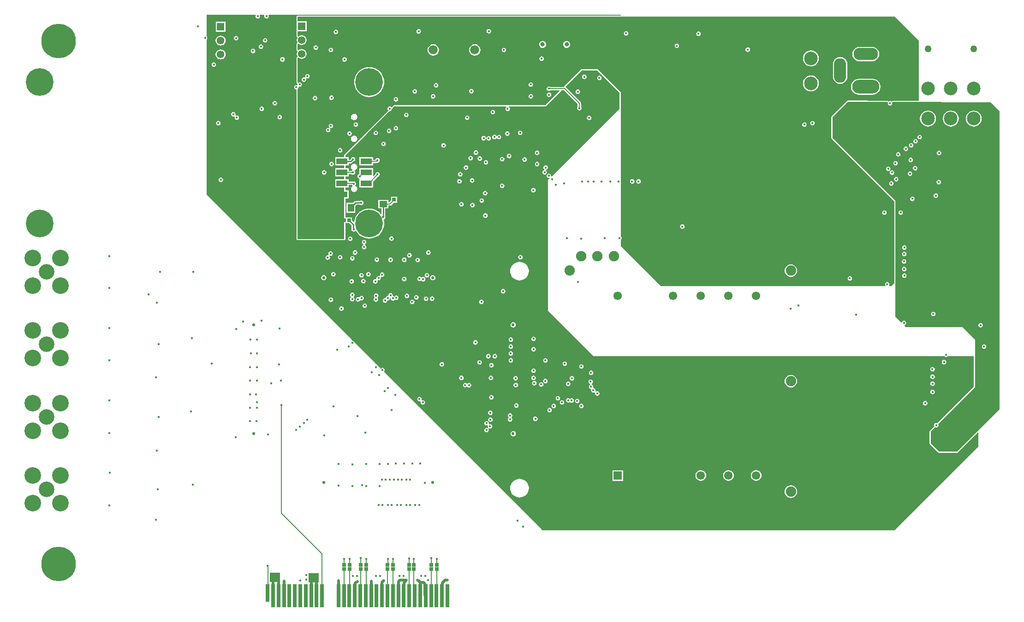
<source format=gbl>
%FSTAX23Y23*%
%MOIN*%
%SFA1B1*%

%IPPOS*%
%ADD13C,0.010000*%
%ADD19C,0.008000*%
%ADD21C,0.005000*%
%ADD50R,0.028000X0.165000*%
%ADD51R,0.028000X0.126000*%
%ADD62R,0.057090X0.045280*%
%ADD64R,0.025200X0.026770*%
%ADD71R,0.045280X0.057090*%
%ADD72R,0.026770X0.025200*%
%ADD77R,0.082870X0.044090*%
%ADD143C,0.120000*%
%ADD153C,0.020000*%
%ADD156C,0.031500*%
%ADD157C,0.065980*%
%ADD158C,0.061020*%
%ADD159R,0.061020X0.061020*%
%ADD160C,0.075000*%
%ADD161C,0.098430*%
%ADD162O,0.088580X0.177170*%
%ADD163O,0.177170X0.088580*%
%ADD164O,0.196850X0.098430*%
%ADD165C,0.112000*%
%ADD166C,0.021660*%
%ADD167C,0.055000*%
%ADD168R,0.055000X0.055000*%
%ADD169C,0.050000*%
%ADD170C,0.250000*%
%ADD171C,0.016000*%
%ADD172C,0.200000*%
%ADD173R,0.073820X0.067910*%
%LNgrandmaster-1*%
%LPD*%
G36*
X04349Y04334D02*
X02014D01*
X02011Y04333*
X02009Y04331*
X02007Y04329*
X02006Y04326*
Y04293*
X02007Y0429*
X02007Y04289*
Y04226*
X02007Y04225*
X02006Y04222*
Y04186*
X02006Y04185*
X02007Y04184*
X02007Y04184*
X02007Y04183*
X02008Y04182*
X02008Y04181*
X02008Y04181*
X02009Y04181*
X02009Y0418*
X0201Y04179*
X02012Y04175*
X02008Y04167*
X02007Y04157*
X02008Y04148*
X02012Y04139*
X0201Y04135*
X02009Y04135*
X02009Y04134*
X02008Y04134*
X02008Y04134*
X02008Y04133*
X02007Y04131*
X02007Y04131*
X02007Y04131*
X02006Y0413*
X02006Y04128*
Y04086*
X02006Y04085*
X02007Y04084*
X02007Y04084*
X02007Y04083*
X02008Y04082*
X02008Y04081*
X02008Y04081*
X02009Y04081*
X02009Y0408*
X0201Y04079*
X02012Y04075*
X02008Y04067*
X02007Y04057*
X02008Y04048*
X02012Y04039*
X0201Y04035*
X02009Y04035*
X02009Y04034*
X02008Y04034*
X02008Y04034*
X02008Y04033*
X02007Y04031*
X02007Y04031*
X02007Y04031*
X02006Y0403*
X02006Y04028*
Y0385*
X02006Y03849*
X02007Y03847*
X02007Y03847*
X02007Y03847*
X02008Y03846*
X02009Y03844*
X02009Y03844*
X02009Y03844*
X0201Y03844*
X02011Y03843*
X02014Y03841*
X02013Y03836*
X02013Y03835*
X02013Y03834*
X02009Y03831*
X02004Y03832*
X01998Y03831*
X01993Y03827*
X01989Y03822*
X01988Y03816*
X01989Y03809*
X01993Y03804*
X01998Y038*
X02004Y03799*
X02006Y03798*
Y02718*
X02007Y02714*
X02009Y02712*
X02011Y0271*
X02014Y02709*
X02349*
X02352Y0271*
X02355Y02712*
X02357Y02714*
X02358Y02718*
Y02833*
X02387*
X02402Y02818*
Y02792*
X02403Y02789*
X02402Y02788*
X02404Y02782*
X02407Y02777*
X02413Y02773*
X02419Y02772*
X02425Y02773*
X0243Y02777*
X02431Y02777*
X02437Y02777*
X02443Y02766*
X02454Y02753*
X02467Y02742*
X02482Y02733*
X02497Y02727*
X02514Y02723*
X02531Y02721*
X02548Y02723*
X02564Y02727*
X0258Y02733*
X02595Y02742*
X02608Y02753*
X02619Y02766*
X02627Y0278*
X02634Y02796*
X02638Y02813*
X02639Y0283*
X02638Y02846*
X02635Y02857*
X02638Y0286*
X02643Y02864*
X02646Y02869*
X02648Y02876*
X02646Y02882*
X02646Y02883*
Y0294*
X02669*
Y02959*
X02681*
X02685Y0296*
X02689Y02962*
X02708Y02981*
X02732*
Y03024*
X02691*
Y02999*
X02676Y02983*
X02669*
Y03002*
X02596*
Y0294*
X02619*
Y029*
X02614Y02898*
X02608Y02906*
X02595Y02917*
X0258Y02926*
X02564Y02933*
X02548Y02937*
X02531Y02938*
X02514Y02937*
X02497Y02933*
X02482Y02926*
X02467Y02917*
X02454Y02906*
X02443Y02893*
X02434Y02879*
X02428Y02863*
X02424Y02846*
X02423Y02841*
X02419Y02839*
X02407Y02851*
Y02874*
X02358*
Y02907*
X02358*
Y0298*
X02358*
Y03012*
X02384*
Y03072*
X02358*
Y03091*
X02384*
Y03109*
X02405*
X02407Y03106*
X02408Y03106*
Y031*
X02405Y03098*
X024Y03091*
X02398Y03082*
X024Y03073*
X02405Y03065*
X02413Y0306*
X02422Y03058*
X02431Y0306*
X02438Y03065*
X02443Y03073*
X02445Y03082*
X02443Y03091*
X02438Y03098*
X02432Y03102*
X02431Y03105*
X02431Y03108*
X02433Y03112*
X02435Y03118*
X02433Y03124*
X0243Y0313*
X02424Y03133*
X02418Y03134*
X02413Y03133*
X02384*
Y03151*
X02358*
Y0317*
X02384*
Y03187*
X02403*
X02407Y03184*
X02414Y03183*
X0242Y03184*
X02425Y03188*
X02429Y03193*
X0243Y03199*
X02429Y03206*
X02425Y03211*
X02425Y03211*
X02426Y03217*
X02431Y03218*
X02438Y03223*
X02443Y0323*
X02445Y03239*
X02443Y03248*
X02438Y03256*
X02431Y03261*
X02422Y03263*
X02413Y03261*
X02405Y03256*
X024Y03248*
X02398Y03239*
X024Y0323*
X02405Y03223*
X02409Y0322*
X02408Y03215*
X02407Y03214*
X02403Y03212*
X02384*
Y0323*
X02358*
Y03249*
X02384*
Y03265*
X02397*
X02402Y03266*
X02407Y03269*
X02416Y03279*
X0242Y03279*
X02425Y03283*
X02428Y03288*
X0243Y03295*
X02428Y03301*
X02425Y03306*
X0242Y0331*
X02413Y03311*
X02407Y0331*
X02402Y03306*
X02398Y03301*
X02398Y03298*
X02392Y03292*
X02384*
Y03309*
X02358*
Y03322*
X02674Y03639*
X02674Y03639*
X02675Y03639*
X02675Y0364*
X02676Y03641*
X02676Y03642*
X02676Y03642*
X02679Y03644*
X02686Y03645*
X02691Y03649*
X02694Y03654*
X02695Y03659*
X02696Y03661*
X02698Y03664*
X02698Y03664*
X02699Y03664*
X027Y03665*
X02701Y03665*
X02701Y03666*
X02701Y03666*
X02713Y03677*
X0352*
X03522Y03672*
X0352Y03671*
X03516Y03666*
X03515Y0366*
X03516Y03653*
X0352Y03648*
X03525Y03644*
X03531Y03643*
X03538Y03644*
X03543Y03648*
X03546Y03653*
X03548Y0366*
X03546Y03666*
X03543Y03671*
X03541Y03672*
X03542Y03677*
X03804*
X03807Y03678*
X0381Y0368*
Y0368*
X03913Y03783*
X03915Y03786*
X03916Y03789*
X0392Y03793*
X03939*
X04037Y03696*
Y03675*
X04034Y03671*
X04033Y03665*
X04034Y03658*
X04038Y03653*
X04043Y03649*
X04049Y03648*
X04056Y03649*
X04061Y03653*
X04064Y03658*
X04066Y03665*
X04064Y03671*
X04062Y03675*
Y03701*
X04061Y03705*
X04058Y03709*
X03953Y03814*
X03952Y03815*
X03951Y03821*
X04068Y03937*
X04181*
X04341Y03777*
Y03662*
X0385Y03171*
X03845Y03174*
X03846Y03176*
X03844Y03182*
X03841Y03187*
X03836Y03191*
X03829Y03192*
X03823Y03191*
X03818Y03187*
X03814Y03182*
X03813Y03176*
X03814Y03169*
X03818Y03164*
X03823Y0316*
X03829Y03159*
X03831Y0316*
X03834Y03155*
X03824Y03146*
Y02201*
X04154Y01871*
X06687*
X06688Y01869*
X06693Y01865*
X06699Y01864*
X06706Y01865*
X06711Y01869*
X06712Y01871*
X06901*
Y01649*
X06637Y01385*
X06635Y01387*
X06628Y01388*
X06622Y01387*
X06617Y01383*
X06613Y01378*
X06612Y01372*
X06613Y01365*
X06615Y01363*
X06584Y01331*
X06582Y01329*
X06581Y01326*
Y01241*
X06582Y01237*
X06584Y01235*
X06644Y01175*
X06646Y01173*
X06649Y01172*
X06779*
X06782Y01173*
X06785Y01175*
X0693Y01319*
X06934Y01317*
Y01216*
X06329Y00611*
X03784*
X02638Y01757*
X02638Y01758*
X02641Y01763*
X02643Y0177*
X02641Y01776*
X02638Y01781*
X02633Y01785*
X02626Y01786*
X0262Y01785*
X02615Y01781*
X02614Y01781*
X02425Y0197*
X02424Y01973*
X02421Y01978*
X02416Y01982*
X02413Y01982*
X01355Y0304*
Y04162*
X01357Y04163*
X0136Y04168*
X01361Y04175*
X0136Y04181*
X01357Y04186*
X01355Y04187*
Y04341*
X01709*
X01712Y04336*
X01711Y04335*
X0171Y04329*
X01711Y04323*
X01715Y04317*
X0172Y04314*
X01726Y04313*
X01733Y04314*
X01738Y04317*
X01741Y04323*
X01743Y04329*
X01741Y04335*
X01741Y04336*
X01744Y04341*
X01771*
X01774Y04336*
X01773Y04335*
X01772Y04329*
X01773Y04323*
X01777Y04317*
X01782Y04314*
X01788Y04313*
X01795Y04314*
X018Y04317*
X01803Y04323*
X01805Y04329*
X01803Y04335*
X01803Y04336*
X01806Y04341*
X04349*
Y04334*
G37*
G36*
X06504Y04151D02*
Y04111D01*
X06503Y04106*
X06502Y04093*
X06503Y0408*
X06504Y04075*
Y0372*
X06501Y03716*
X06314Y03717*
X06313Y03717*
X06312Y03717*
X06311Y03717*
X0631Y03717*
X0631Y03716*
X06309Y03716*
X06309Y03715*
X06308Y03715*
X06307Y03714*
X06307Y03714*
X06306Y03712*
X06301Y03716*
X06294Y03717*
X06288Y03716*
X06286Y03714*
X06281Y03715*
X0628Y03715*
X0628Y03716*
X06279Y03716*
X06278Y03717*
X06278Y03717*
X06277Y03717*
X06276Y03717*
X06275Y03717*
X05989Y03719*
X05989*
X05989*
X05988Y03718*
X05986Y03718*
X05986Y03718*
X05986*
X05985Y03717*
X05984Y03716*
X05984Y03716*
X05984Y03716*
X05874Y03606*
X05872Y03604*
X05871Y03601*
Y03451*
X05872Y03447*
X05874Y03445*
X06326Y02992*
Y02397*
X06304Y02376*
X06289*
X06287Y02381*
X06289Y02384*
X06291Y02391*
X06289Y02397*
X06286Y02402*
X06281Y02406*
X06274Y02407*
X06268Y02406*
X06263Y02402*
X06259Y02397*
X06258Y02391*
X06259Y02384*
X06262Y02381*
X0626Y02376*
X04639*
X04349Y02666*
Y02712*
X04351Y02713*
X04354Y02718*
X04356Y02725*
X04354Y02731*
X04351Y02736*
X04349Y02737*
Y03133*
X0435Y03135*
X04349Y03136*
Y03781*
X04184Y03946*
X04064*
X03937Y03818*
X0384*
X03836Y03821*
X03829Y03822*
X03823Y03821*
X03818Y03817*
X03814Y03812*
X03813Y03806*
X03814Y03799*
X03818Y03794*
X03823Y0379*
X03829Y03789*
X03836Y0379*
X0384Y03793*
X03906*
X03907Y03789*
X03804Y03686*
X02709*
X02695Y03672*
X02691Y03672*
X02686Y03676*
X02679Y03677*
X02673Y03676*
X02668Y03672*
X02664Y03667*
X02663Y03661*
X02664Y03654*
X02668Y03649*
X02668Y03644*
X02349Y03326*
Y03309*
X02285*
Y03249*
X02349*
Y0323*
X02285*
Y0317*
X02349*
Y03151*
X02285*
Y03091*
X02349*
Y02718*
X02014*
Y03803*
X02016Y03804*
X02019Y03809*
X02021Y03816*
X02021Y03816*
X02021Y03817*
X02025Y0382*
X02029Y03819*
X02036Y0382*
X02041Y03824*
X02044Y03829*
X02046Y03836*
X02044Y03842*
X02041Y03847*
X02036Y03851*
X02029Y03852*
X02023Y03851*
X02019Y03848*
X02014Y0385*
Y04028*
X02019Y04031*
X02025Y04026*
X02034Y04023*
X02043Y04022*
X02052Y04023*
X02061Y04026*
X02068Y04032*
X02074Y04039*
X02077Y04048*
X02079Y04057*
X02077Y04067*
X02074Y04075*
X02068Y04083*
X02061Y04088*
X02052Y04092*
X02043Y04093*
X02034Y04092*
X02025Y04088*
X02019Y04084*
X02014Y04086*
Y04128*
X02019Y04131*
X02025Y04126*
X02034Y04123*
X02043Y04122*
X02052Y04123*
X02061Y04126*
X02068Y04132*
X02074Y04139*
X02077Y04148*
X02079Y04157*
X02077Y04167*
X02074Y04175*
X02068Y04183*
X02061Y04188*
X02052Y04192*
X02043Y04193*
X02034Y04192*
X02025Y04188*
X02019Y04184*
X02014Y04186*
Y04222*
X02078*
Y04293*
X02014*
Y04326*
X06329*
X06504Y04151*
G37*
G36*
X06275Y03709D02*
X06279Y03704D01*
X06278Y03701*
X06279Y03694*
X06283Y03689*
X06288Y03685*
X06294Y03684*
X06301Y03685*
X06306Y03689*
X06309Y03694*
X06311Y03701*
X0631Y03704*
X06314Y03709*
X07024Y03706*
X07087Y03643*
Y01488*
X06779Y01181*
X06649*
X06589Y01241*
Y01326*
X06621Y01357*
X06622Y01356*
X06628Y01355*
X06635Y01356*
X0664Y0136*
X06643Y01365*
X06645Y01372*
X06643Y01378*
X06643Y01379*
X06909Y01646*
Y01991*
X06819Y02081*
X06409*
X06399Y02091*
X06401Y02095*
X06402Y02095*
X06407Y02099*
X0641Y02104*
X06412Y02111*
X0641Y02117*
X06407Y02122*
X06402Y02126*
X06395Y02127*
X06389Y02126*
X06384Y02122*
X0638Y02117*
X0638Y02116*
X06375Y02115*
X06334Y02156*
Y02996*
X05879Y03451*
Y03601*
X05989Y03711*
X06275Y03709*
G37*
%LNgrandmaster-2*%
%LPC*%
G36*
X01493Y04289D02*
X01422D01*
Y04218*
X01493*
Y04289*
G37*
G36*
X01569Y04187D02*
X01563Y04186D01*
X01558Y04182*
X01554Y04177*
X01553Y04171*
X01554Y04165*
X01558Y04159*
X01563Y04156*
X01569Y04154*
X01576Y04156*
X01581Y04159*
X01584Y04165*
X01586Y04171*
X01584Y04177*
X01581Y04182*
X01576Y04186*
X01569Y04187*
G37*
G36*
X01779Y04172D02*
X01773Y04171D01*
X01768Y04167*
X01764Y04162*
X01763Y04156*
X01764Y04149*
X01768Y04144*
X01773Y0414*
X01779Y04139*
X01786Y0414*
X01791Y04144*
X01794Y04149*
X01796Y04156*
X01794Y04162*
X01791Y04167*
X01786Y04171*
X01779Y04172*
G37*
G36*
X01457Y04189D02*
X01448Y04188D01*
X01439Y04184*
X01432Y04179*
X01426Y04171*
X01423Y04163*
X01421Y04153*
X01423Y04144*
X01426Y04136*
X01432Y04128*
X01439Y04122*
X01448Y04119*
X01457Y04118*
X01466Y04119*
X01475Y04122*
X01483Y04128*
X01488Y04136*
X01492Y04144*
X01493Y04153*
X01492Y04163*
X01488Y04171*
X01483Y04179*
X01475Y04184*
X01466Y04188*
X01457Y04189*
G37*
G36*
X01749Y04126D02*
X01743Y04125D01*
X01738Y04121*
X01734Y04116*
X01733Y0411*
X01734Y04103*
X01738Y04098*
X01743Y04094*
X01749Y04093*
X01756Y04094*
X01761Y04098*
X01764Y04103*
X01766Y0411*
X01764Y04116*
X01761Y04121*
X01756Y04125*
X01749Y04126*
G37*
G36*
X01691Y04095D02*
X01685Y04094D01*
X0168Y0409*
X01676Y04085*
X01675Y04079*
X01676Y04072*
X0168Y04067*
X01685Y04063*
X01691Y04062*
X01698Y04063*
X01703Y04067*
X01706Y04072*
X01708Y04079*
X01706Y04085*
X01703Y0409*
X01698Y04094*
X01691Y04095*
G37*
G36*
X01457Y04089D02*
X01448Y04088D01*
X01439Y04084*
X01432Y04079*
X01426Y04071*
X01423Y04063*
X01421Y04053*
X01423Y04044*
X01426Y04036*
X01432Y04028*
X01439Y04022*
X01448Y04019*
X01457Y04018*
X01466Y04019*
X01475Y04022*
X01483Y04028*
X01488Y04036*
X01492Y04044*
X01493Y04053*
X01492Y04063*
X01488Y04071*
X01483Y04079*
X01475Y04084*
X01466Y04088*
X01457Y04089*
G37*
G36*
X01903Y04034D02*
X01897Y04033D01*
X01892Y04029*
X01888Y04024*
X01887Y04018*
X01888Y04011*
X01892Y04006*
X01897Y04002*
X01903Y04001*
X0191Y04002*
X01915Y04006*
X01918Y04011*
X0192Y04018*
X01918Y04024*
X01915Y04029*
X0191Y04033*
X01903Y04034*
G37*
G36*
X01408Y03996D02*
X01402Y03995D01*
X01396Y03991*
X01393Y03986*
X01392Y0398*
X01393Y03974*
X01396Y03968*
X01402Y03965*
X01408Y03964*
X01414Y03965*
X0142Y03968*
X01423Y03974*
X01424Y0398*
X01423Y03986*
X0142Y03991*
X01414Y03995*
X01408Y03996*
G37*
G36*
X04085Y03908D02*
X04079Y03907D01*
X04074Y03903*
X0407Y03898*
X04069Y03892*
X0407Y03885*
X04074Y0388*
X04079Y03876*
X04085Y03875*
X04092Y03876*
X04097Y0388*
X041Y03885*
X04102Y03892*
X041Y03898*
X04097Y03903*
X04092Y03907*
X04085Y03908*
G37*
G36*
X04194Y039D02*
X04188Y03899D01*
X04183Y03895*
X04179Y0389*
X04178Y03884*
X04179Y03877*
X04183Y03872*
X04188Y03868*
X04194Y03867*
X04201Y03868*
X04206Y03872*
X04209Y03877*
X04211Y03884*
X04209Y0389*
X04206Y03895*
X04201Y03899*
X04194Y039*
G37*
G36*
X04039Y038D02*
X04033Y03799D01*
X04028Y03795*
X04024Y0379*
X04023Y03784*
X04024Y03777*
X04028Y03772*
X04033Y03768*
X04039Y03767*
X04046Y03768*
X04051Y03772*
X04054Y03777*
X04056Y03784*
X04054Y0379*
X04051Y03795*
X04046Y03799*
X04039Y038*
G37*
G36*
X01849Y03717D02*
X01843Y03716D01*
X01838Y03712*
X01834Y03707*
X01833Y03701*
X01834Y03694*
X01838Y03689*
X01843Y03685*
X01849Y03684*
X01856Y03685*
X01861Y03689*
X01864Y03694*
X01866Y03701*
X01864Y03707*
X01861Y03712*
X01856Y03716*
X01849Y03717*
G37*
G36*
X01754Y03677D02*
X01748Y03676D01*
X01743Y03672*
X01739Y03667*
X01738Y03661*
X01739Y03654*
X01743Y03649*
X01748Y03645*
X01754Y03644*
X01761Y03645*
X01766Y03649*
X01769Y03654*
X01771Y03661*
X01769Y03667*
X01766Y03672*
X01761Y03676*
X01754Y03677*
G37*
G36*
X03424Y03652D02*
X03418Y03651D01*
X03413Y03647*
X03409Y03642*
X03408Y03636*
X03409Y03629*
X03413Y03624*
X03418Y0362*
X03424Y03619*
X03431Y0362*
X03436Y03624*
X03439Y03629*
X03441Y03636*
X03439Y03642*
X03436Y03647*
X03431Y03651*
X03424Y03652*
G37*
G36*
X02799Y03632D02*
X02793Y03631D01*
X02788Y03627*
X02784Y03622*
X02783Y03616*
X02784Y03609*
X02788Y03604*
X02793Y036*
X02799Y03599*
X02806Y036*
X02811Y03604*
X02814Y03609*
X02816Y03616*
X02814Y03622*
X02811Y03627*
X02806Y03631*
X02799Y03632*
G37*
G36*
X01884Y03617D02*
X01878Y03616D01*
X01873Y03612*
X01869Y03607*
X01868Y03601*
X01869Y03594*
X01873Y03589*
X01878Y03585*
X01884Y03584*
X01891Y03585*
X01896Y03589*
X01899Y03594*
X01901Y03601*
X01899Y03607*
X01896Y03612*
X01891Y03616*
X01884Y03617*
G37*
G36*
X03239Y03612D02*
X03233Y03611D01*
X03228Y03607*
X03224Y03602*
X03223Y03596*
X03224Y03589*
X03228Y03584*
X03233Y0358*
X03239Y03579*
X03246Y0358*
X03251Y03584*
X03254Y03589*
X03256Y03596*
X03254Y03602*
X03251Y03607*
X03246Y03611*
X03239Y03612*
G37*
G36*
X01549Y03637D02*
X01543Y03636D01*
X01538Y03632*
X01534Y03627*
X01533Y03621*
X01534Y03614*
X01538Y03609*
X01543Y03605*
X01549Y03604*
X01556Y03605*
X01556Y03606*
X01559Y03602*
X01559Y03602*
X01558Y03596*
X01559Y03589*
X01563Y03584*
X01568Y0358*
X01574Y03579*
X01581Y0358*
X01586Y03584*
X01589Y03589*
X01591Y03596*
X01589Y03602*
X01586Y03607*
X01581Y03611*
X01574Y03612*
X01568Y03611*
X01568Y0361*
X01564Y03614*
X01564Y03614*
X01566Y03621*
X01564Y03627*
X01561Y03632*
X01556Y03636*
X01549Y03637*
G37*
G36*
X0412Y0361D02*
X04114Y03609D01*
X04108Y03605*
X04105Y036*
X04104Y03594*
X04105Y03587*
X04108Y03582*
X04114Y03579*
X0412Y03577*
X04126Y03579*
X04131Y03582*
X04135Y03587*
X04136Y03594*
X04135Y036*
X04131Y03605*
X04126Y03609*
X0412Y0361*
G37*
G36*
X0144Y03573D02*
X01434Y03572D01*
X01429Y03568*
X01425Y03563*
X01424Y03557*
X01425Y0355*
X01429Y03545*
X01434Y03541*
X0144Y0354*
X01447Y03541*
X01452Y03545*
X01455Y0355*
X01457Y03557*
X01455Y03563*
X01452Y03568*
X01447Y03572*
X0144Y03573*
G37*
G36*
X02724Y03537D02*
X02718Y03536D01*
X02713Y03532*
X02709Y03527*
X02708Y03521*
X02709Y03514*
X02713Y03509*
X02718Y03505*
X02724Y03504*
X02731Y03505*
X02736Y03509*
X02739Y03514*
X02741Y03521*
X02739Y03527*
X02736Y03532*
X02731Y03536*
X02724Y03537*
G37*
G36*
X02674Y03517D02*
X02668Y03516D01*
X02663Y03512*
X02659Y03507*
X02658Y03501*
X02659Y03494*
X02663Y03489*
X02668Y03485*
X02674Y03484*
X02681Y03485*
X02686Y03489*
X02689Y03494*
X02691Y03501*
X02689Y03507*
X02686Y03512*
X02681Y03516*
X02674Y03517*
G37*
G36*
X03622Y03502D02*
X03616Y03501D01*
X03611Y03497*
X03607Y03492*
X03606Y03486*
X03607Y03479*
X03611Y03474*
X03616Y0347*
X03622Y03469*
X03629Y0347*
X03634Y03474*
X03637Y03479*
X03639Y03486*
X03637Y03492*
X03634Y03497*
X03629Y03501*
X03622Y03502*
G37*
G36*
X02579D02*
X02573Y03501D01*
X02568Y03497*
X02564Y03492*
X02563Y03486*
X02564Y03479*
X02568Y03474*
X02573Y0347*
X02579Y03469*
X02586Y0347*
X02591Y03474*
X02594Y03479*
X02596Y03486*
X02594Y03492*
X02591Y03497*
X02586Y03501*
X02579Y03502*
G37*
G36*
X03529Y03497D02*
X03523Y03496D01*
X03518Y03492*
X03514Y03487*
X03513Y03481*
X03514Y03474*
X03518Y03469*
X03523Y03465*
X03529Y03464*
X03536Y03465*
X03541Y03469*
X03544Y03474*
X03546Y03481*
X03544Y03487*
X03541Y03492*
X03536Y03496*
X03529Y03497*
G37*
G36*
X03436Y03473D02*
X0343Y03472D01*
X03425Y03468*
X03421Y03463*
X0342Y03457*
X03421Y0345*
X03425Y03445*
X0343Y03441*
X03436Y0344*
X03443Y03441*
X03448Y03445*
X0345Y03448*
X0345Y03448*
X03456Y03447*
X03458Y03444*
X03463Y0344*
X03469Y03439*
X03476Y0344*
X03481Y03444*
X03484Y03449*
X03486Y03456*
X03484Y03462*
X03481Y03467*
X03476Y03471*
X03469Y03472*
X03463Y03471*
X03458Y03467*
X03456Y03464*
X03456Y03464*
X0345Y03465*
X03448Y03468*
X03443Y03472*
X03436Y03473*
G37*
G36*
X03358Y03464D02*
X03352Y03463D01*
X03347Y03459*
X03343Y03454*
X03342Y03448*
X03343Y03441*
X03347Y03436*
X03352Y03432*
X03358Y03431*
X03365Y03432*
X0337Y03436*
X03373Y03441*
X03374Y03443*
X03379*
X03379Y0344*
X03383Y03435*
X03388Y03431*
X03394Y0343*
X03401Y03431*
X03406Y03435*
X03409Y0344*
X03411Y03447*
X03409Y03453*
X03406Y03458*
X03401Y03462*
X03394Y03463*
X03388Y03462*
X03383Y03458*
X03379Y03453*
X03379Y03451*
X03374*
X03373Y03454*
X0337Y03459*
X03365Y03463*
X03358Y03464*
G37*
G36*
X02634Y03422D02*
X02628Y03421D01*
X02623Y03417*
X02619Y03412*
X02618Y03406*
X02619Y03399*
X02623Y03394*
X02628Y0339*
X02634Y03389*
X02641Y0339*
X02646Y03394*
X02649Y03399*
X02651Y03406*
X02649Y03412*
X02646Y03417*
X02641Y03421*
X02634Y03422*
G37*
G36*
X03068Y03411D02*
X03062Y0341D01*
X03057Y03407*
X03053Y03401*
X03052Y03395*
X03053Y03389*
X03057Y03384*
X03062Y0338*
X03068Y03379*
X03075Y0338*
X0308Y03384*
X03083Y03389*
X03085Y03395*
X03083Y03401*
X0308Y03407*
X03075Y0341*
X03068Y03411*
G37*
G36*
X03302Y0336D02*
X03296Y03359D01*
X03291Y03355*
X03287Y0335*
X03286Y03344*
X03287Y03337*
X03291Y03332*
X03296Y03328*
X03302Y03327*
X03309Y03328*
X03314Y03332*
X03317Y03337*
X03319Y03344*
X03317Y0335*
X03314Y03355*
X03309Y03359*
X03302Y0336*
G37*
G36*
X03744Y03358D02*
X03738Y03357D01*
X03733Y03353*
X03729Y03348*
X03728Y03342*
X03729Y03335*
X03733Y0333*
X03738Y03326*
X03744Y03325*
X03751Y03326*
X03756Y0333*
X03759Y03335*
X03761Y03342*
X03759Y03348*
X03756Y03353*
X03751Y03357*
X03744Y03358*
G37*
G36*
X03542Y03335D02*
X03536Y03334D01*
X03531Y0333*
X03527Y03325*
X03526Y03319*
X03527Y03312*
X03531Y03307*
X03536Y03303*
X03542Y03302*
X03549Y03303*
X03554Y03307*
X03557Y03312*
X03559Y03319*
X03557Y03325*
X03554Y0333*
X03549Y03334*
X03542Y03335*
G37*
G36*
X03263Y0332D02*
X03257Y03318D01*
X03252Y03315*
X03248Y0331*
X03247Y03303*
X03248Y03297*
X03252Y03292*
X03257Y03288*
X03263Y03287*
X03269Y03288*
X03275Y03292*
X03278Y03297*
X0328Y03303*
X03278Y0331*
X03275Y03315*
X03269Y03318*
X03263Y0332*
G37*
G36*
X0333Y03317D02*
X03324Y03316D01*
X03319Y03312*
X03315Y03307*
X03314Y03301*
X03315Y03294*
X03319Y03289*
X03324Y03285*
X0333Y03284*
X03337Y03285*
X03342Y03289*
X03345Y03294*
X03347Y03301*
X03345Y03307*
X03342Y03312*
X03337Y03316*
X0333Y03317*
G37*
G36*
X03491Y03313D02*
X03485Y03312D01*
X0348Y03308*
X03476Y03303*
X03475Y03297*
X03476Y0329*
X0348Y03285*
X03485Y03281*
X03491Y0328*
X03498Y03281*
X03503Y03285*
X03506Y0329*
X03508Y03297*
X03506Y03303*
X03503Y03308*
X03498Y03312*
X03491Y03313*
G37*
G36*
X03653Y03309D02*
X03647Y03308D01*
X03642Y03304*
X03638Y03299*
X03637Y03293*
X03638Y03286*
X03642Y03281*
X03647Y03277*
X03653Y03276*
X0366Y03277*
X03665Y03281*
X03668Y03286*
X0367Y03293*
X03668Y03299*
X03665Y03304*
X0366Y03308*
X03653Y03309*
G37*
G36*
X03374Y03289D02*
X03368Y03288D01*
X03363Y03284*
X03359Y03279*
X03358Y03273*
X03359Y03266*
X03363Y03261*
X03368Y03257*
X03374Y03256*
X03381Y03257*
X03386Y03261*
X03389Y03266*
X03391Y03273*
X03389Y03279*
X03386Y03284*
X03381Y03288*
X03374Y03289*
G37*
G36*
X02559Y03309D02*
X0246D01*
Y03249*
X02559*
Y03266*
X02583*
X02588Y03267*
X02592Y0327*
X02594Y03272*
X02597Y03272*
X02602Y03276*
X02605Y03281*
X02607Y03288*
X02605Y03294*
X02602Y03299*
X02597Y03303*
X0259Y03304*
X02584Y03303*
X02579Y03299*
X02575Y03294*
X02575Y03291*
X02559*
Y03309*
G37*
G36*
X03744Y03277D02*
X03738Y03276D01*
X03733Y03272*
X03729Y03267*
X03728Y03261*
X03729Y03254*
X03733Y03249*
X03738Y03245*
X03744Y03244*
X03751Y03245*
X03756Y03249*
X03759Y03254*
X03761Y03261*
X03759Y03267*
X03756Y03272*
X03751Y03276*
X03744Y03277*
G37*
G36*
X0323Y03251D02*
X03224Y0325D01*
X03219Y03246*
X03215Y03241*
X03214Y03235*
X03215Y03228*
X03219Y03223*
X03224Y03219*
X0323Y03218*
X03237Y03219*
X03242Y03223*
X03245Y03228*
X03247Y03235*
X03245Y03241*
X03242Y03246*
X03237Y0325*
X0323Y03251*
G37*
G36*
X03806D02*
X038Y0325D01*
X03795Y03246*
X03791Y03241*
X0379Y03235*
X03791Y03228*
X03795Y03223*
X03797Y03222*
X03796Y03216*
X03793Y03216*
X03788Y03212*
X03784Y03207*
X03783Y03201*
X03784Y03194*
X03788Y03189*
X03793Y03185*
X03799Y03184*
X03806Y03185*
X03811Y03189*
X03814Y03194*
X03816Y03201*
X03814Y03207*
X03811Y03212*
X03809Y03214*
X0381Y03219*
X03813Y03219*
X03818Y03223*
X03821Y03228*
X03823Y03235*
X03821Y03241*
X03818Y03246*
X03813Y0325*
X03806Y03251*
G37*
G36*
X03188Y03203D02*
X03182Y03202D01*
X03177Y03198*
X03173Y03193*
X03172Y03187*
X03173Y0318*
X03177Y03175*
X03182Y03171*
X03188Y0317*
X03195Y03171*
X032Y03175*
X03204Y0318*
X03205Y03187*
X03204Y03193*
X032Y03198*
X03195Y03202*
X03188Y03203*
G37*
G36*
X01459Y03163D02*
X01453Y03162D01*
X01448Y03158*
X01444Y03153*
X01443Y03147*
X01444Y0314*
X01448Y03135*
X01453Y03131*
X01459Y0313*
X01466Y03131*
X01471Y03135*
X01474Y0314*
X01476Y03147*
X01474Y03153*
X01471Y03158*
X01466Y03162*
X01459Y03163*
G37*
G36*
X03275Y03158D02*
X03269Y03156D01*
X03264Y03153*
X0326Y03147*
X03259Y03141*
X0326Y03135*
X03264Y0313*
X03269Y03126*
X03275Y03125*
X03281Y03126*
X03287Y0313*
X0329Y03135*
X03291Y03141*
X0329Y03147*
X03287Y03153*
X03281Y03156*
X03275Y03158*
G37*
G36*
X03183Y03152D02*
X03176Y0315D01*
X03171Y03147*
X03168Y03142*
X03166Y03135*
X03168Y03129*
X03171Y03124*
X03176Y0312*
X03183Y03119*
X03189Y0312*
X03194Y03124*
X03198Y03129*
X03199Y03135*
X03198Y03142*
X03194Y03147*
X03189Y0315*
X03183Y03152*
G37*
G36*
X02559Y0323D02*
X0246D01*
Y03188*
X02456Y03187*
X0245Y03183*
X02447Y03178*
X02446Y03172*
X02447Y03166*
X0245Y0316*
X02456Y03157*
X02459Y03156*
X0246Y03151*
Y03151*
Y03091*
X02559*
Y03134*
X02595Y0317*
X02598Y03171*
X02603Y03174*
X02606Y03179*
X02608Y03186*
X02606Y03192*
X02603Y03197*
X02598Y03201*
X02591Y03202*
X02585Y03201*
X0258Y03197*
X02576Y03192*
X02575Y03186*
X02575Y03185*
X02564Y03173*
X02559Y03176*
Y0323*
G37*
G36*
X03491Y03119D02*
X03485Y03118D01*
X0348Y03114*
X03476Y03109*
X03475Y03103*
X03476Y03096*
X0348Y03091*
X03485Y03087*
X03491Y03086*
X03498Y03087*
X03503Y03091*
X03506Y03096*
X03508Y03103*
X03506Y03109*
X03503Y03114*
X03498Y03118*
X03491Y03119*
G37*
G36*
X03717Y03088D02*
X03711Y03087D01*
X03706Y03083*
X03702Y03078*
X03701Y03072*
X03702Y03065*
X03706Y0306*
X03711Y03056*
X03717Y03055*
X03724Y03056*
X03729Y0306*
X03732Y03065*
X03734Y03072*
X03732Y03078*
X03729Y03083*
X03724Y03087*
X03717Y03088*
G37*
G36*
X03368Y03066D02*
X03362Y03065D01*
X03357Y03061*
X03353Y03056*
X03352Y0305*
X03353Y03043*
X03357Y03038*
X03362Y03034*
X03368Y03033*
X03375Y03034*
X0338Y03038*
X03383Y03043*
X03385Y0305*
X03383Y03056*
X0338Y03061*
X03375Y03065*
X03368Y03066*
G37*
G36*
X03344Y03012D02*
X03338Y03011D01*
X03333Y03007*
X03329Y03002*
X03328Y02996*
X03329Y02989*
X03333Y02984*
X03338Y0298*
X03344Y02979*
X03351Y0298*
X03356Y02984*
X03359Y02989*
X03361Y02996*
X03359Y03002*
X03356Y03007*
X03351Y03011*
X03344Y03012*
G37*
G36*
X02473Y02996D02*
X02467Y02995D01*
X02464Y02993*
X02434*
X02429Y02992*
X02424Y02989*
X02416Y0298*
X02415*
X02414Y0298*
X02367*
Y02907*
X02428*
Y02956*
X02431Y02958*
X02439Y02966*
X02464*
X02467Y02964*
X02473Y02963*
X0248Y02964*
X02485Y02968*
X02488Y02973*
X0249Y0298*
X02488Y02986*
X02485Y02991*
X0248Y02995*
X02473Y02996*
G37*
G36*
X03197Y02986D02*
X03191Y02985D01*
X03186Y02981*
X03182Y02976*
X03181Y0297*
X03182Y02963*
X03186Y02958*
X03191Y02954*
X03197Y02953*
X03204Y02954*
X03209Y02958*
X03212Y02963*
X03214Y0297*
X03212Y02976*
X03209Y02981*
X03204Y02985*
X03197Y02986*
G37*
G36*
X03277Y02979D02*
X03271Y02978D01*
X03266Y02975*
X03262Y02969*
X03261Y02963*
X03262Y02957*
X03266Y02952*
X03271Y02948*
X03277Y02947*
X03283Y02948*
X03289Y02952*
X03292Y02957*
X03293Y02963*
X03292Y02969*
X03289Y02975*
X03283Y02978*
X03277Y02979*
G37*
G36*
X0337Y02904D02*
X03364Y02903D01*
X03359Y02899*
X03355Y02894*
X03354Y02888*
X03355Y02881*
X03359Y02876*
X03364Y02872*
X0337Y02871*
X03377Y02872*
X03382Y02876*
X03385Y02881*
X03387Y02888*
X03385Y02894*
X03382Y02899*
X03377Y02903*
X0337Y02904*
G37*
G36*
X02692Y02737D02*
X02686Y02736D01*
X02681Y02732*
X02677Y02727*
X02676Y02721*
X02677Y02715*
X02681Y02709*
X02686Y02706*
X02692Y02705*
X02699Y02706*
X02704Y02709*
X02707Y02715*
X02709Y02721*
X02707Y02727*
X02704Y02732*
X02699Y02736*
X02692Y02737*
G37*
G36*
X02394Y02736D02*
X02388Y02735D01*
X02383Y02732*
X02379Y02726*
X02378Y0272*
X02379Y02714*
X02383Y02708*
X02388Y02705*
X02394Y02704*
X024Y02705*
X02406Y02708*
X02409Y02714*
X02411Y0272*
X02409Y02726*
X02406Y02732*
X024Y02735*
X02394Y02736*
G37*
G36*
X02494Y02712D02*
X02488Y02711D01*
X02483Y02707*
X02479Y02702*
X02478Y02696*
X02479Y02689*
X02483Y02684*
X02488Y02681*
X02488Y02679*
Y02678*
X02488Y02675*
X02483Y02672*
X02479Y02667*
X02478Y02661*
X02479Y02654*
X02483Y02649*
X02488Y02645*
X02494Y02644*
X02501Y02645*
X02506Y02649*
X02509Y02654*
X02511Y02661*
X02509Y02667*
X02506Y02672*
X02501Y02675*
X02501Y02678*
Y02679*
X02501Y02681*
X02506Y02684*
X02509Y02689*
X02511Y02696*
X02509Y02702*
X02506Y02707*
X02501Y02711*
X02494Y02712*
G37*
G36*
X02958Y02637D02*
X02952Y02636D01*
X02947Y02632*
X02943Y02627*
X02942Y02621*
X02943Y02614*
X02947Y02609*
X02952Y02605*
X02958Y02604*
X02965Y02605*
X0297Y02609*
X02973Y02614*
X02975Y02621*
X02973Y02627*
X0297Y02632*
X02965Y02636*
X02958Y02637*
G37*
G36*
X02429D02*
X02422Y02636D01*
X02417Y02632*
X02414Y02627*
X02412Y02621*
X02414Y02614*
X02417Y02609*
X02422Y02605*
X02429Y02604*
X02435Y02605*
X0244Y02609*
X02444Y02614*
X02445Y02621*
X02444Y02627*
X0244Y02632*
X02435Y02636*
X02429Y02637*
G37*
G36*
X02252Y02629D02*
X02246Y02628D01*
X0224Y02625*
X02237Y02619*
X02236Y02613*
X02237Y02607*
X02239Y02603*
X02236Y02599*
X02231Y026*
X02225Y02599*
X0222Y02595*
X02216Y0259*
X02215Y02584*
X02216Y02577*
X0222Y02572*
X02225Y02569*
X02231Y02567*
X02237Y02569*
X02243Y02572*
X02246Y02577*
X02248Y02584*
X02246Y0259*
X02244Y02594*
X02247Y02598*
X02252Y02597*
X02258Y02598*
X02263Y02602*
X02267Y02607*
X02268Y02613*
X02267Y02619*
X02263Y02625*
X02258Y02628*
X02252Y02629*
G37*
G36*
X02821Y02617D02*
X02815Y02616D01*
X0281Y02612*
X02806Y02607*
X02805Y02601*
X02806Y02594*
X0281Y02589*
X02815Y02585*
X02821Y02584*
X02828Y02585*
X02833Y02589*
X02836Y02594*
X02838Y02601*
X02836Y02607*
X02833Y02612*
X02828Y02616*
X02821Y02617*
G37*
G36*
X03623Y02603D02*
X03617Y02602D01*
X03612Y02598*
X03608Y02593*
X03607Y02587*
X03608Y0258*
X03612Y02575*
X03617Y02571*
X03623Y0257*
X0363Y02571*
X03635Y02575*
X03638Y0258*
X0364Y02587*
X03638Y02593*
X03635Y02598*
X0363Y02602*
X03623Y02603*
G37*
G36*
X02321Y02602D02*
X02315Y02601D01*
X0231Y02597*
X02306Y02592*
X02305Y02586*
X02306Y02579*
X0231Y02574*
X02315Y0257*
X02321Y02569*
X02327Y0257*
X02333Y02574*
X02336Y02579*
X02337Y02586*
X02336Y02592*
X02333Y02597*
X02327Y02601*
X02321Y02602*
G37*
G36*
X02409Y02595D02*
X02403Y02594D01*
X02398Y0259*
X02394Y02585*
X02393Y02579*
X02394Y02572*
X02398Y02567*
X02403Y02563*
X02409Y02562*
X02416Y02563*
X02421Y02567*
X02424Y02572*
X02426Y02579*
X02424Y02585*
X02421Y0259*
X02416Y02594*
X02409Y02595*
G37*
G36*
X02586Y02585D02*
X0258Y02584D01*
X02575Y0258*
X02571Y02575*
X0257Y02569*
X02571Y02562*
X02575Y02557*
X0258Y02553*
X02586Y02552*
X02593Y02553*
X02598Y02557*
X02601Y02562*
X02603Y02569*
X02601Y02575*
X02598Y0258*
X02593Y02584*
X02586Y02585*
G37*
G36*
X02783Y02584D02*
X02777Y02583D01*
X02772Y02579*
X02768Y02574*
X02767Y02568*
X02768Y02561*
X02772Y02556*
X02777Y02552*
X02783Y02551*
X0279Y02552*
X02795Y02556*
X02798Y02561*
X028Y02568*
X02798Y02574*
X02795Y02579*
X0279Y02583*
X02783Y02584*
G37*
G36*
X02685D02*
X02679Y02583D01*
X02674Y02579*
X0267Y02574*
X02669Y02568*
X0267Y02561*
X02674Y02556*
X02679Y02552*
X02685Y02551*
X02692Y02552*
X02697Y02556*
X027Y02561*
X02702Y02568*
X027Y02574*
X02697Y02579*
X02692Y02583*
X02685Y02584*
G37*
G36*
X02881Y02582D02*
X02875Y02581D01*
X0287Y02577*
X02866Y02572*
X02865Y02566*
X02866Y02559*
X0287Y02554*
X02875Y0255*
X02881Y02549*
X02888Y0255*
X02893Y02554*
X02896Y02559*
X02898Y02566*
X02896Y02572*
X02893Y02577*
X02888Y02581*
X02881Y02582*
G37*
G36*
X02624Y02477D02*
X02618Y02476D01*
X02613Y02472*
X02609Y02467*
X02608Y02461*
X02609Y02454*
X02609Y02454*
X02606Y0245*
X02606Y02451*
X02599Y02452*
X02593Y02451*
X02588Y02447*
X02584Y02442*
X02583Y02436*
X02584Y02431*
X02583Y0243*
X02581Y02427*
X0258Y02427*
X02575Y02428*
X02569Y02427*
X02564Y02423*
X0256Y02418*
X02559Y02412*
X0256Y02405*
X02564Y024*
X02569Y02396*
X02575Y02395*
X02582Y02396*
X02587Y024*
X0259Y02405*
X02592Y02412*
X02591Y02416*
X02591Y02417*
X02594Y0242*
X02595Y0242*
X02599Y02419*
X02606Y0242*
X02611Y02424*
X02614Y02429*
X02616Y02436*
X02614Y02442*
X02614Y02442*
X02618Y02446*
X02618Y02445*
X02624Y02444*
X02631Y02445*
X02636Y02449*
X02639Y02454*
X02641Y02461*
X02639Y02467*
X02636Y02472*
X02631Y02476*
X02624Y02477*
G37*
G36*
X02272Y0248D02*
X02265Y02478D01*
X0226Y02475*
X02256Y0247*
X02255Y02463*
X02256Y02457*
X0226Y02452*
X02265Y02448*
X02272Y02447*
X02278Y02448*
X02283Y02452*
X02287Y02457*
X02288Y02463*
X02287Y0247*
X02283Y02475*
X02278Y02478*
X02272Y0248*
G37*
G36*
X02525Y02479D02*
X02519Y02478D01*
X02514Y02474*
X0251Y02469*
X02509Y02463*
X0251Y02456*
X02514Y02451*
X02519Y02447*
X02525Y02446*
X02532Y02447*
X02537Y02451*
X0254Y02456*
X02542Y02463*
X0254Y02469*
X02537Y02474*
X02532Y02478*
X02525Y02479*
G37*
G36*
X02948Y02472D02*
X02942Y02471D01*
X02937Y02467*
X02933Y02462*
X02932Y02456*
X02933Y02449*
X02937Y02444*
X02942Y0244*
X02948Y02439*
X02955Y0244*
X0296Y02444*
X02963Y02449*
X02965Y02456*
X02963Y02462*
X0296Y02467*
X02955Y02471*
X02948Y02472*
G37*
G36*
X02475D02*
X02469Y02471D01*
X02464Y02467*
X0246Y02462*
X02459Y02456*
X0246Y02449*
X02464Y02444*
X02469Y0244*
X02475Y02439*
X02482Y0244*
X02487Y02444*
X0249Y02449*
X02492Y02456*
X0249Y02462*
X02487Y02467*
X02482Y02471*
X02475Y02472*
G37*
G36*
X0299Y02457D02*
X02983Y02456D01*
X02976Y02452*
X02972Y02445*
X02971Y02438*
X02972Y02431*
X02976Y02424*
X02983Y0242*
X0299Y02419*
X02997Y0242*
X03004Y02424*
X03008Y02431*
X03009Y02438*
X03008Y02445*
X03004Y02452*
X02997Y02456*
X0299Y02457*
G37*
G36*
X02203D02*
X02195Y02456D01*
X02189Y02452*
X02185Y02445*
X02183Y02438*
X02185Y02431*
X02189Y02424*
X02195Y0242*
X02203Y02419*
X0221Y0242*
X02216Y02424*
X0222Y02431*
X02222Y02438*
X0222Y02445*
X02216Y02452*
X0221Y02456*
X02203Y02457*
G37*
G36*
X03617Y02553D02*
X03604Y02552D01*
X03592Y02548*
X0358Y02542*
X0357Y02533*
X03561Y02523*
X03555Y02512*
X03551Y02499*
X0355Y02486*
X03551Y02473*
X03555Y0246*
X03561Y02448*
X0357Y02438*
X0358Y0243*
X03592Y02424*
X03604Y0242*
X03617Y02418*
X03631Y0242*
X03643Y02424*
X03655Y0243*
X03665Y02438*
X03673Y02448*
X0368Y0246*
X03684Y02473*
X03685Y02486*
X03684Y02499*
X0368Y02512*
X03673Y02523*
X03665Y02533*
X03655Y02542*
X03643Y02548*
X03631Y02552*
X03617Y02553*
G37*
G36*
X02783Y02445D02*
X02777Y02444D01*
X02772Y0244*
X02768Y02435*
X02767Y02429*
X02768Y02422*
X02772Y02417*
X02777Y02413*
X02783Y02412*
X0279Y02413*
X02795Y02417*
X02798Y02422*
X028Y02429*
X02798Y02435*
X02795Y0244*
X0279Y02444*
X02783Y02445*
G37*
G36*
X02894Y02447D02*
X02888Y02446D01*
X02883Y02442*
X02879Y02437*
X02878Y02431*
X02879Y02424*
X02883Y02419*
X02888Y02415*
X02894Y02414*
X02901Y02415*
X02902Y02417*
X02909Y02416*
X02914Y02412*
X0292Y02411*
X02927Y02412*
X02932Y02416*
X02935Y02421*
X02937Y02428*
X02935Y02434*
X02932Y02439*
X02927Y02443*
X0292Y02444*
X02914Y02443*
X02909Y02439*
X02908*
X02906Y02442*
X02901Y02446*
X02894Y02447*
G37*
G36*
X02488Y02429D02*
X02482Y02428D01*
X02477Y02424*
X02473Y02419*
X02472Y02413*
X02473Y02406*
X02477Y02401*
X02482Y02397*
X02488Y02396*
X02495Y02397*
X025Y02401*
X02503Y02406*
X02505Y02413*
X02503Y02419*
X025Y02424*
X02495Y02428*
X02488Y02429*
G37*
G36*
X02404Y02428D02*
X02398Y02427D01*
X02393Y02423*
X02389Y02418*
X02388Y02412*
X02389Y02405*
X02393Y024*
X02398Y02396*
X02404Y02395*
X02411Y02396*
X02416Y024*
X02419Y02405*
X02421Y02412*
X02419Y02418*
X02416Y02423*
X02411Y02427*
X02404Y02428*
G37*
G36*
X03498Y02357D02*
X03492Y02356D01*
X03487Y02352*
X03483Y02347*
X03482Y02341*
X03483Y02334*
X03487Y02329*
X03492Y02325*
X03498Y02324*
X03505Y02325*
X0351Y02329*
X03513Y02334*
X03515Y02341*
X03513Y02347*
X0351Y02352*
X03505Y02356*
X03498Y02357*
G37*
G36*
X02475Y02307D02*
X02469Y02306D01*
X02464Y02302*
X0246Y02297*
X02455Y02297*
X0245Y02298*
X02444Y02297*
X02439Y02293*
X02435Y02288*
X02434Y02282*
X02435Y02275*
X02439Y0227*
X02444Y02266*
X0245Y02265*
X02457Y02266*
X02462Y0227*
X02465Y02275*
X0247Y02275*
X02475Y02274*
X02482Y02275*
X02487Y02279*
X0249Y02284*
X02492Y02291*
X0249Y02297*
X02487Y02302*
X02482Y02306*
X02475Y02307*
G37*
G36*
X02803Y02323D02*
X02797Y02322D01*
X02792Y02318*
X02788Y02313*
X02787Y02307*
X02788Y023*
X02792Y02295*
X02797Y02291*
X02803Y0229*
X0281Y02291*
X02815Y02295*
X02818Y023*
X0282Y02307*
X02818Y02313*
X02815Y02318*
X0281Y02322*
X02803Y02323*
G37*
G36*
X02685Y02327D02*
X02679Y02326D01*
X02674Y02322*
X0267Y02317*
X02669Y02311*
X02668Y0231*
X02666Y02308*
X02665Y02307*
X02659Y02306*
X02654Y02302*
X0265Y02297*
X02649Y02291*
X02648Y02289*
X02645Y0229*
X02639Y02289*
X02634Y02285*
X0263Y0228*
X02629Y02274*
X0263Y02267*
X02634Y02262*
X02639Y02258*
X02645Y02257*
X02652Y02258*
X02657Y02262*
X0266Y02267*
X02662Y02274*
X02663Y02275*
X02665Y02274*
X02672Y02275*
X02677Y02279*
X0268Y02284*
X02681Y02289*
X02686Y02289*
X02687Y02282*
X02691Y02277*
X02696Y02273*
X02702Y02272*
X02709Y02273*
X02714Y02277*
X02716Y0228*
X0272Y02277*
X02726Y02276*
X02733Y02277*
X02738Y02281*
X02741Y02286*
X02743Y02293*
X02741Y02299*
X02738Y02304*
X02733Y02308*
X02726Y02309*
X0272Y02308*
X02715Y02304*
X02713Y02301*
X02709Y02304*
X02706Y02304*
X02701Y02309*
X02702Y02311*
X027Y02317*
X02697Y02322*
X02692Y02326*
X02685Y02327*
G37*
G36*
X02871Y02313D02*
X02865Y02312D01*
X0286Y02308*
X02856Y02303*
X02855Y02297*
X02856Y0229*
X0286Y02285*
X02865Y02281*
X02871Y0228*
X02878Y02281*
X02883Y02285*
X02886Y0229*
X02888Y02297*
X02886Y02303*
X02883Y02308*
X02878Y02312*
X02871Y02313*
G37*
G36*
X02985Y02303D02*
X02979Y02302D01*
X02974Y02298*
X0297Y02293*
X02969Y02287*
X0297Y0228*
X02974Y02275*
X02979Y02271*
X02985Y0227*
X02992Y02271*
X02997Y02275*
X03Y0228*
X03002Y02287*
X03Y02293*
X02997Y02298*
X02992Y02302*
X02985Y02303*
G37*
G36*
X02942Y02302D02*
X02936Y02301D01*
X02931Y02297*
X02927Y02292*
X02926Y02286*
X02927Y02279*
X02931Y02274*
X02936Y0227*
X02942Y02269*
X02949Y0227*
X02954Y02274*
X02957Y02279*
X02959Y02286*
X02957Y02292*
X02954Y02297*
X02949Y02301*
X02942Y02302*
G37*
G36*
X02409Y0233D02*
X02403Y02329D01*
X02398Y02325*
X02394Y0232*
X02393Y02314*
X02394Y02307*
X02398Y02302*
X02399Y02301*
Y02295*
X02398Y02294*
X02394Y02289*
X02393Y02283*
X02394Y02276*
X02398Y02271*
X02403Y02267*
X02409Y02266*
X02416Y02267*
X02421Y02271*
X02424Y02276*
X02426Y02283*
X02424Y02289*
X02421Y02294*
X02419Y02295*
Y02301*
X02421Y02302*
X02424Y02307*
X02426Y02314*
X02424Y0232*
X02421Y02325*
X02416Y02329*
X02409Y0233*
G37*
G36*
X02581Y02324D02*
X02575Y02323D01*
X0257Y02319*
X02566Y02314*
X02565Y02308*
X02566Y02301*
X02568Y02298*
X02568Y02292*
X02564Y02287*
X02563Y02281*
X02564Y02274*
X02568Y02269*
X02573Y02265*
X02579Y02264*
X02586Y02265*
X02591Y02269*
X02594Y02274*
X02596Y02281*
X02594Y02287*
X02592Y0229*
X02593Y02296*
X02596Y02301*
X02598Y02308*
X02596Y02314*
X02593Y02319*
X02588Y02323*
X02581Y02324*
G37*
G36*
X02253Y02295D02*
X02247Y02294D01*
X02242Y0229*
X02238Y02285*
X02237Y02279*
X02238Y02272*
X02242Y02267*
X02247Y02263*
X02253Y02262*
X0226Y02263*
X02265Y02267*
X02268Y02272*
X0227Y02279*
X02268Y02285*
X02265Y0229*
X0226Y02294*
X02253Y02295*
G37*
G36*
X03342Y02279D02*
X03336Y02278D01*
X03331Y02274*
X03327Y02269*
X03326Y02263*
X03327Y02256*
X03331Y02251*
X03336Y02247*
X03342Y02246*
X03349Y02247*
X03354Y02251*
X03357Y02256*
X03359Y02263*
X03357Y02269*
X03354Y02274*
X03349Y02278*
X03342Y02279*
G37*
G36*
X02841D02*
X02835Y02278D01*
X0283Y02274*
X02826Y02269*
X02825Y02263*
X02826Y02256*
X0283Y02251*
X02835Y02247*
X02841Y02246*
X02848Y02247*
X02853Y02251*
X02856Y02256*
X02858Y02263*
X02856Y02269*
X02853Y02274*
X02848Y02278*
X02841Y02279*
G37*
G36*
X02499Y02252D02*
X02493Y02251D01*
X02488Y02247*
X02484Y02242*
X02483Y02236*
X02484Y02229*
X02488Y02224*
X02493Y0222*
X02499Y02219*
X02506Y0222*
X02511Y02224*
X02514Y02229*
X02516Y02236*
X02514Y02242*
X02511Y02247*
X02506Y02251*
X02499Y02252*
G37*
G36*
X0233Y02231D02*
X02324Y0223D01*
X02319Y02226*
X02315Y02221*
X02314Y02215*
X02315Y02208*
X02319Y02203*
X02324Y02199*
X0233Y02198*
X02337Y02199*
X02342Y02203*
X02345Y02208*
X02347Y02215*
X02345Y02221*
X02342Y02226*
X02337Y0223*
X0233Y02231*
G37*
G36*
X03571Y02116D02*
X03564Y02114D01*
X03558Y0211*
X03554Y02104*
X03552Y02097*
X03554Y02089*
X03558Y02083*
X03564Y02079*
X03571Y02077*
X03579Y02079*
X03585Y02083*
X03589Y02089*
X0359Y02097*
X03589Y02104*
X03585Y0211*
X03579Y02114*
X03571Y02116*
G37*
G36*
X03719Y02012D02*
X03713Y02011D01*
X03708Y02007*
X03704Y02002*
X03703Y01996*
X03704Y01989*
X03708Y01984*
X03713Y0198*
X03719Y01979*
X03726Y0198*
X03731Y01984*
X03734Y01989*
X03736Y01996*
X03734Y02002*
X03731Y02007*
X03726Y02011*
X03719Y02012*
G37*
G36*
X03554Y02007D02*
X03548Y02006D01*
X03543Y02002*
X03539Y01997*
X03538Y01991*
X03539Y01984*
X03543Y01979*
X03548Y01975*
X03554Y01974*
X03561Y01975*
X03566Y01979*
X03569Y01984*
X03571Y01991*
X03569Y01997*
X03566Y02002*
X03561Y02006*
X03554Y02007*
G37*
G36*
X03298Y01987D02*
X03292Y01986D01*
X03287Y01982*
X03283Y01977*
X03282Y01971*
X03283Y01964*
X03287Y01959*
X03292Y01955*
X03298Y01954*
X03305Y01955*
X0331Y01959*
X03313Y01964*
X03315Y01971*
X03313Y01977*
X0331Y01982*
X03305Y01986*
X03298Y01987*
G37*
G36*
X03554Y01957D02*
X03548Y01956D01*
X03543Y01952*
X03539Y01947*
X03538Y01941*
X03539Y01934*
X03543Y01929*
X03548Y01925*
X03554Y01924*
X03561Y01925*
X03566Y01929*
X03569Y01934*
X03571Y01941*
X03569Y01947*
X03566Y01952*
X03561Y01956*
X03554Y01957*
G37*
G36*
X03719Y01937D02*
X03713Y01936D01*
X03708Y01932*
X03704Y01927*
X03703Y01921*
X03704Y01914*
X03708Y01909*
X03713Y01905*
X03719Y01904*
X03726Y01905*
X03731Y01909*
X03734Y01914*
X03736Y01921*
X03734Y01927*
X03731Y01932*
X03726Y01936*
X03719Y01937*
G37*
G36*
X03554Y01907D02*
X03548Y01906D01*
X03543Y01902*
X03539Y01897*
X03538Y01891*
X03539Y01884*
X03543Y01879*
X03548Y01875*
X03554Y01874*
X03561Y01875*
X03566Y01879*
X03569Y01884*
X03571Y01891*
X03569Y01897*
X03566Y01902*
X03561Y01906*
X03554Y01907*
G37*
G36*
X03392Y01887D02*
X03386Y01886D01*
X03381Y01882*
X03377Y01877*
X03376Y01871*
X03377Y01864*
X03381Y01859*
X03386Y01855*
X03392Y01854*
X03399Y01855*
X03404Y01859*
X03407Y01864*
X03409Y01871*
X03407Y01877*
X03404Y01882*
X03399Y01886*
X03392Y01887*
G37*
G36*
X03439Y01887D02*
X03433Y01886D01*
X03427Y01882*
X03424Y01877*
X03422Y0187*
X03424Y01864*
X03427Y01859*
X03433Y01855*
X03439Y01854*
X03445Y01855*
X0345Y01859*
X03454Y01864*
X03455Y0187*
X03454Y01877*
X0345Y01882*
X03445Y01886*
X03439Y01887*
G37*
G36*
X03554Y01857D02*
X03548Y01856D01*
X03543Y01852*
X03539Y01847*
X03538Y01841*
X03539Y01834*
X03543Y01829*
X03548Y01825*
X03554Y01824*
X03561Y01825*
X03566Y01829*
X03569Y01834*
X03571Y01841*
X03569Y01847*
X03566Y01852*
X03561Y01856*
X03554Y01857*
G37*
G36*
X03804Y01856D02*
X03798Y01855D01*
X03793Y01851*
X03789Y01846*
X03788Y0184*
X03789Y01833*
X03793Y01828*
X03798Y01824*
X03804Y01823*
X03811Y01824*
X03816Y01828*
X03819Y01833*
X03821Y0184*
X03819Y01846*
X03816Y01851*
X03811Y01855*
X03804Y01856*
G37*
G36*
X06685Y01844D02*
X06679Y01843D01*
X06674Y01839*
X0667Y01834*
X06669Y01828*
X0667Y01821*
X06674Y01816*
X06679Y01812*
X06685Y01811*
X06692Y01812*
X06697Y01816*
X067Y01821*
X06702Y01828*
X067Y01834*
X06697Y01839*
X06692Y01843*
X06685Y01844*
G37*
G36*
X03329Y01842D02*
X03322Y01841D01*
X03317Y01837*
X03314Y01832*
X03312Y01826*
X03314Y01819*
X03317Y01814*
X03322Y0181*
X03329Y01809*
X03335Y0181*
X0334Y01814*
X03344Y01819*
X03345Y01826*
X03344Y01832*
X0334Y01837*
X03335Y01841*
X03329Y01842*
G37*
G36*
X03944Y01832D02*
X03938Y01831D01*
X03933Y01827*
X03929Y01822*
X03928Y01816*
X03929Y01809*
X03933Y01804*
X03938Y018*
X03944Y01799*
X03951Y018*
X03956Y01804*
X03959Y01809*
X03961Y01816*
X03959Y01822*
X03956Y01827*
X03951Y01831*
X03944Y01832*
G37*
G36*
X03056Y01828D02*
X0305Y01826D01*
X03045Y01823*
X03041Y01818*
X0304Y01811*
X03041Y01805*
X03045Y018*
X0305Y01796*
X03056Y01795*
X03063Y01796*
X03068Y018*
X03071Y01805*
X03073Y01811*
X03071Y01818*
X03068Y01823*
X03063Y01826*
X03056Y01828*
G37*
G36*
X03414Y01821D02*
X03408Y0182D01*
X03402Y01816*
X03399Y01811*
X03398Y01805*
X03399Y01798*
X03402Y01793*
X03408Y01789*
X03414Y01788*
X0342Y01789*
X03426Y01793*
X03429Y01798*
X0343Y01805*
X03429Y01811*
X03426Y01816*
X0342Y0182*
X03414Y01821*
G37*
G36*
X04064Y01812D02*
X04058Y01811D01*
X04053Y01807*
X04049Y01802*
X04048Y01796*
X04049Y01789*
X04053Y01784*
X04058Y0178*
X04064Y01779*
X04071Y0178*
X04076Y01784*
X04079Y01789*
X04081Y01796*
X04079Y01802*
X04076Y01807*
X04071Y01811*
X04064Y01812*
G37*
G36*
X06601Y01793D02*
X06595Y01792D01*
X0659Y01788*
X06586Y01783*
X06585Y01777*
X06586Y0177*
X0659Y01765*
X06595Y01761*
X06601Y0176*
X06608Y01761*
X06613Y01765*
X06616Y0177*
X06618Y01777*
X06616Y01783*
X06613Y01788*
X06608Y01792*
X06601Y01793*
G37*
G36*
X03719Y01782D02*
X03713Y01781D01*
X03708Y01777*
X03704Y01772*
X03703Y01766*
X03704Y01759*
X03708Y01754*
X03713Y0175*
X03719Y01749*
X03726Y0175*
X03731Y01754*
X03734Y01759*
X03736Y01766*
X03734Y01772*
X03731Y01777*
X03726Y01781*
X03719Y01782*
G37*
G36*
X04134Y01767D02*
X04128Y01766D01*
X04123Y01762*
X04119Y01757*
X04118Y01751*
X04119Y01744*
X04123Y01739*
X04128Y01735*
X04134Y01734*
X04141Y01735*
X04146Y01739*
X04149Y01744*
X04151Y01751*
X04149Y01757*
X04146Y01762*
X04141Y01766*
X04134Y01767*
G37*
G36*
X06602Y01738D02*
X06596Y01737D01*
X06591Y01733*
X06587Y01728*
X06586Y01722*
X06587Y01715*
X06591Y0171*
X06596Y01706*
X06602Y01705*
X06609Y01706*
X06614Y0171*
X06617Y01715*
X06619Y01722*
X06617Y01728*
X06614Y01733*
X06609Y01737*
X06602Y01738*
G37*
G36*
X03197Y0173D02*
X03191Y01729D01*
X03185Y01725*
X03182Y0172*
X0318Y01714*
X03182Y01707*
X03185Y01702*
X03191Y01698*
X03197Y01697*
X03203Y01698*
X03208Y01702*
X03212Y01707*
X03213Y01714*
X03212Y0172*
X03208Y01725*
X03203Y01729*
X03197Y0173*
G37*
G36*
X0341Y01729D02*
X03404Y01728D01*
X03399Y01725*
X03395Y01719*
X03394Y01713*
X03395Y01707*
X03399Y01702*
X03404Y01698*
X0341Y01697*
X03417Y01698*
X03422Y01702*
X03425Y01707*
X03427Y01713*
X03425Y01719*
X03422Y01725*
X03417Y01728*
X0341Y01729*
G37*
G36*
X03718Y01729D02*
X03712Y01728D01*
X03707Y01724*
X03703Y01719*
X03702Y01713*
X03703Y01706*
X03707Y01701*
X03712Y01697*
X03718Y01696*
X03725Y01697*
X0373Y01701*
X03733Y01706*
X03735Y01713*
X03733Y01719*
X0373Y01724*
X03725Y01728*
X03718Y01729*
G37*
G36*
X03996Y01727D02*
X0399Y01726D01*
X03985Y01722*
X03981Y01717*
X0398Y01711*
X03981Y01704*
X03985Y01699*
X0399Y01695*
X03996Y01694*
X04003Y01695*
X04008Y01699*
X04011Y01704*
X04013Y01711*
X04011Y01717*
X04008Y01722*
X04003Y01726*
X03996Y01727*
G37*
G36*
X03589D02*
X03583Y01726D01*
X03578Y01722*
X03574Y01717*
X03573Y01711*
X03574Y01704*
X03578Y01699*
X03583Y01695*
X03589Y01694*
X03596Y01695*
X03601Y01699*
X03604Y01704*
X03606Y01711*
X03604Y01717*
X03601Y01722*
X03596Y01726*
X03589Y01727*
G37*
G36*
X03803Y01707D02*
X03797Y01706D01*
X03792Y01702*
X03788Y01697*
X03787Y01691*
X03788Y01684*
X03792Y01679*
X03797Y01675*
X03803Y01674*
X0381Y01675*
X03815Y01679*
X03818Y01684*
X0382Y01691*
X03818Y01697*
X03815Y01702*
X0381Y01706*
X03803Y01707*
G37*
G36*
X03724Y01691D02*
X03718Y0169D01*
X03713Y01686*
X03709Y01681*
X03708Y01675*
X03709Y01668*
X03713Y01663*
X03718Y01659*
X03724Y01658*
X03731Y01659*
X03736Y01663*
X03739Y01668*
X03741Y01675*
X03739Y01681*
X03736Y01686*
X03731Y0169*
X03724Y01691*
G37*
G36*
X06602Y01688D02*
X06596Y01687D01*
X06591Y01683*
X06587Y01678*
X06586Y01672*
X06587Y01665*
X06591Y0166*
X06596Y01656*
X06602Y01655*
X06609Y01656*
X06614Y0166*
X06617Y01665*
X06619Y01672*
X06617Y01678*
X06614Y01683*
X06609Y01687*
X06602Y01688*
G37*
G36*
X03968Y01687D02*
X03962Y01686D01*
X03957Y01682*
X03953Y01677*
X03952Y01671*
X03953Y01664*
X03957Y01659*
X03962Y01655*
X03968Y01654*
X03975Y01655*
X0398Y01659*
X03983Y01664*
X03985Y01671*
X03983Y01677*
X0398Y01682*
X03975Y01686*
X03968Y01687*
G37*
G36*
X03773Y01682D02*
X03767Y01681D01*
X03762Y01677*
X03758Y01672*
X03757Y01666*
X03758Y01659*
X03762Y01654*
X03767Y01651*
X03773Y01649*
X0378Y01651*
X03785Y01654*
X03788Y01659*
X0379Y01666*
X03788Y01672*
X03785Y01677*
X0378Y01681*
X03773Y01682*
G37*
G36*
X0359Y01678D02*
X03584Y01677D01*
X03579Y01673*
X03575Y01668*
X03574Y01662*
X03575Y01655*
X03579Y0165*
X03584Y01646*
X0359Y01645*
X03597Y01646*
X03602Y0165*
X03605Y01655*
X03607Y01662*
X03605Y01668*
X03602Y01673*
X03597Y01677*
X0359Y01678*
G37*
G36*
X03224Y01677D02*
X03218Y01676D01*
X03213Y01672*
X03209Y01667*
X03208Y01661*
X03209Y01655*
X03213Y01649*
X03218Y01646*
X03224Y01645*
X03231Y01646*
X03235Y01649*
X03239Y01649*
X03241Y01649*
X03246Y01645*
X03252Y01644*
X03259Y01645*
X03264Y01649*
X03267Y01654*
X03269Y01661*
X03267Y01667*
X03264Y01672*
X03259Y01676*
X03252Y01677*
X03246Y01676*
X03242Y01673*
X03238Y01672*
X03235Y01673*
X03231Y01676*
X03224Y01677*
G37*
G36*
X05578Y01735D02*
X05566Y01734D01*
X05555Y01729*
X05545Y01722*
X05538Y01712*
X05533Y01701*
X05532Y01689*
X05533Y01677*
X05538Y01666*
X05545Y01657*
X05555Y0165*
X05566Y01645*
X05578Y01643*
X0559Y01645*
X05601Y0165*
X0561Y01657*
X05617Y01666*
X05622Y01677*
X05624Y01689*
X05622Y01701*
X05617Y01712*
X0561Y01722*
X05601Y01729*
X0559Y01734*
X05578Y01735*
G37*
G36*
X06602Y01628D02*
X06596Y01627D01*
X06591Y01623*
X06587Y01618*
X06586Y01612*
X06587Y01605*
X06591Y016*
X06596Y01596*
X06602Y01595*
X06609Y01596*
X06614Y016*
X06617Y01605*
X06619Y01612*
X06617Y01618*
X06614Y01623*
X06609Y01627*
X06602Y01628*
G37*
G36*
X04131Y01702D02*
X04125Y01701D01*
X0412Y01697*
X04116Y01692*
X04115Y01686*
X04116Y01679*
X0412Y01674*
X04125Y0167*
X04127Y0167*
X04127Y01669*
X04127Y01665*
X04123Y01662*
X04119Y01657*
X04118Y01651*
X04119Y01644*
X04123Y01639*
X04128Y01635*
X04133Y01634*
X04135Y01631*
X04136Y01629*
X04136Y01629*
X04134Y01623*
X04136Y01617*
X04139Y01612*
X04145Y01608*
X04151Y01607*
X04157Y01608*
X04161Y01611*
X04164Y01607*
X04164Y01607*
X04163Y01601*
X04164Y01594*
X04168Y01589*
X04173Y01585*
X04179Y01584*
X04186Y01585*
X04191Y01589*
X04194Y01594*
X04196Y01601*
X04194Y01607*
X04191Y01612*
X04186Y01616*
X04179Y01617*
X04173Y01616*
X04169Y01613*
X04166Y01617*
X04166Y01617*
X04167Y01623*
X04166Y01629*
X04162Y01635*
X04157Y01638*
X04152Y01639*
X0415Y01643*
X04149Y01644*
X04149Y01644*
X04151Y01651*
X04149Y01657*
X04146Y01662*
X04141Y01666*
X04139Y01666*
X04139Y01667*
X04139Y01671*
X04143Y01674*
X04146Y01679*
X04148Y01686*
X04146Y01692*
X04143Y01697*
X04138Y01701*
X04131Y01702*
G37*
G36*
X03413Y01589D02*
X03407Y01588D01*
X03402Y01584*
X03398Y01579*
X03397Y01573*
X03398Y01566*
X03402Y01561*
X03407Y01557*
X03413Y01556*
X0342Y01557*
X03425Y01561*
X03428Y01566*
X0343Y01573*
X03428Y01579*
X03425Y01584*
X0342Y01588*
X03413Y01589*
G37*
G36*
X03894Y01582D02*
X03888Y01581D01*
X03883Y01577*
X03879Y01572*
X03878Y01566*
X03879Y01559*
X03883Y01554*
X03888Y0155*
X03894Y01549*
X03901Y0155*
X03906Y01554*
X03909Y01559*
X03911Y01566*
X03909Y01572*
X03906Y01577*
X03901Y01581*
X03894Y01582*
G37*
G36*
X03969Y01568D02*
X03963Y01567D01*
X03958Y01563*
X03954Y01558*
X03953Y01552*
X03954Y01545*
X03958Y0154*
X03963Y01536*
X03969Y01535*
X03976Y01536*
X03978Y01538*
X03983Y01539*
X03985Y01537*
X03988Y01535*
X03994Y01534*
X04001Y01535*
X04006Y01539*
X04009Y01544*
X04011Y01551*
X04009Y01557*
X04006Y01562*
X04001Y01566*
X03994Y01567*
X03988Y01566*
X03983Y01562*
X03982*
X03981Y01563*
X03976Y01567*
X03969Y01568*
G37*
G36*
X04034Y01562D02*
X04028Y01561D01*
X04023Y01557*
X04019Y01552*
X04018Y01546*
X04019Y01539*
X04023Y01534*
X04028Y0153*
X04034Y01529*
X04041Y0153*
X04046Y01534*
X04049Y01539*
X04051Y01546*
X04049Y01552*
X04046Y01557*
X04041Y01561*
X04034Y01562*
G37*
G36*
X03924Y01552D02*
X03918Y01551D01*
X03913Y01547*
X03909Y01542*
X03908Y01536*
X03909Y01529*
X03913Y01524*
X03918Y0152*
X03924Y01519*
X03931Y0152*
X03936Y01524*
X03939Y01529*
X03941Y01536*
X03939Y01542*
X03936Y01547*
X03931Y01551*
X03924Y01552*
G37*
G36*
X02894Y01577D02*
X02888Y01576D01*
X02883Y01572*
X02879Y01567*
X02878Y01561*
X02879Y01554*
X02883Y01549*
X02888Y01545*
X02894Y01544*
X02901Y01545*
X02901Y01546*
X02904Y01542*
X02904Y01542*
X02903Y01536*
X02904Y01529*
X02908Y01524*
X02913Y0152*
X02919Y01519*
X02926Y0152*
X02931Y01524*
X02934Y01529*
X02936Y01536*
X02934Y01542*
X02931Y01547*
X02926Y01551*
X02919Y01552*
X02913Y01551*
X02913Y0155*
X02909Y01554*
X02909Y01554*
X02911Y01561*
X02909Y01567*
X02906Y01572*
X02901Y01576*
X02894Y01577*
G37*
G36*
X06548Y01547D02*
X06542Y01546D01*
X06537Y01542*
X06533Y01537*
X06532Y01531*
X06533Y01524*
X06537Y01519*
X06542Y01515*
X06548Y01514*
X06555Y01515*
X0656Y01519*
X06563Y01524*
X06565Y01531*
X06563Y01537*
X0656Y01542*
X06555Y01546*
X06548Y01547*
G37*
G36*
X03594Y0153D02*
X03588Y01529D01*
X03583Y01525*
X03579Y0152*
X03578Y01514*
X03579Y01507*
X03583Y01502*
X03588Y01498*
X03594Y01497*
X03601Y01498*
X03606Y01502*
X03609Y01507*
X03611Y01514*
X03609Y0152*
X03606Y01525*
X03601Y01529*
X03594Y0153*
G37*
G36*
X04064Y01527D02*
X04058Y01526D01*
X04053Y01522*
X04049Y01517*
X04048Y01511*
X04049Y01504*
X04053Y01499*
X04058Y01495*
X04064Y01494*
X04071Y01495*
X04076Y01499*
X04079Y01504*
X04081Y01511*
X04079Y01517*
X04076Y01522*
X04071Y01526*
X04064Y01527*
G37*
G36*
X03864D02*
X03858Y01526D01*
X03853Y01522*
X03849Y01517*
X03848Y01511*
X03849Y01504*
X03853Y01499*
X03858Y01495*
X03864Y01494*
X03871Y01495*
X03876Y01499*
X03879Y01504*
X03881Y01511*
X03879Y01517*
X03876Y01522*
X03871Y01526*
X03864Y01527*
G37*
G36*
X03834Y01497D02*
X03828Y01496D01*
X03823Y01492*
X03819Y01487*
X03818Y01481*
X03819Y01474*
X03823Y01469*
X03828Y01465*
X03834Y01464*
X03841Y01465*
X03846Y01469*
X03849Y01474*
X03851Y01481*
X03849Y01487*
X03846Y01492*
X03841Y01496*
X03834Y01497*
G37*
G36*
X03406Y01477D02*
X034Y01476D01*
X03395Y01472*
X03391Y01467*
X0339Y01461*
X03391Y01454*
X03395Y01449*
X034Y01445*
X03406Y01444*
X03413Y01445*
X03418Y01449*
X03421Y01454*
X03423Y01461*
X03421Y01467*
X03418Y01472*
X03413Y01476*
X03406Y01477*
G37*
G36*
X03732Y01434D02*
X03726Y01433D01*
X03721Y01429*
X03717Y01424*
X03716Y01418*
X03717Y01411*
X03721Y01406*
X03726Y01402*
X03732Y01401*
X03739Y01402*
X03744Y01406*
X03747Y01411*
X03749Y01418*
X03747Y01424*
X03744Y01429*
X03739Y01433*
X03732Y01434*
G37*
G36*
X03407Y01427D02*
X03401Y01426D01*
X03395Y01422*
X03392Y01417*
X0339Y01411*
X03392Y01405*
X03395Y014*
X03391Y01397*
X03386Y01401*
X03379Y01402*
X03373Y01401*
X03368Y01397*
X03364Y01392*
X03363Y01386*
X03364Y01379*
X03368Y01374*
X03373Y0137*
X03379Y01369*
X03385Y0137*
X03388Y01368*
X03389Y01367*
X03388Y01363*
X03389Y01357*
X03392Y01353*
X03392Y01352*
X03389Y01349*
X03388Y01349*
X03386Y01351*
X03379Y01352*
X03373Y01351*
X03368Y01347*
X03364Y01342*
X03363Y01336*
X03364Y01329*
X03368Y01324*
X03373Y0132*
X03379Y01319*
X03386Y0132*
X03391Y01324*
X03394Y01329*
X03396Y01336*
X03394Y01342*
X03392Y01345*
X03392Y01346*
X03395Y0135*
X03396Y01349*
X03398Y01348*
X03404Y01347*
X03411Y01348*
X03416Y01351*
X03419Y01357*
X03421Y01363*
X03419Y01369*
X03416Y01374*
X03411Y01378*
X03404Y01379*
X03399Y01378*
X03396Y0138*
X03395Y01382*
X03396Y01386*
X03394Y01392*
X03391Y01396*
X03395Y01399*
X03401Y01396*
X03407Y01395*
X03413Y01396*
X03418Y01399*
X03422Y01405*
X03423Y01411*
X03422Y01417*
X03418Y01422*
X03413Y01426*
X03407Y01427*
G37*
G36*
X03549Y01457D02*
X03543Y01456D01*
X03538Y01452*
X03534Y01447*
X03533Y01441*
X03534Y01434*
X03538Y01429*
Y01424*
X03534Y01419*
X03533Y01413*
X03534Y01406*
X03538Y01401*
X03543Y01397*
X03549Y01396*
X03556Y01397*
X03561Y01401*
X03564Y01406*
X03566Y01413*
X03564Y01419*
X03561Y01424*
Y01429*
X03564Y01434*
X03566Y01441*
X03564Y01447*
X03561Y01452*
X03556Y01456*
X03549Y01457*
G37*
G36*
X03571Y01328D02*
X03564Y01327D01*
X03558Y01323*
X03554Y01317*
X03552Y01309*
X03554Y01302*
X03558Y01296*
X03564Y01292*
X03571Y0129*
X03579Y01292*
X03585Y01296*
X03589Y01302*
X0359Y01309*
X03589Y01317*
X03585Y01323*
X03579Y01327*
X03571Y01328*
G37*
G36*
X04366Y01045D02*
X04289D01*
Y00968*
X04366*
Y01045*
G37*
G36*
X05327Y01046D02*
X05317Y01045D01*
X05308Y01041*
X053Y01034*
X05294Y01026*
X0529Y01017*
X05288Y01007*
X0529Y00997*
X05294Y00988*
X053Y0098*
X05308Y00973*
X05317Y00969*
X05327Y00968*
X05337Y00969*
X05347Y00973*
X05355Y0098*
X05361Y00988*
X05365Y00997*
X05366Y01007*
X05365Y01017*
X05361Y01026*
X05355Y01034*
X05347Y01041*
X05337Y01045*
X05327Y01046*
G37*
G36*
X05127D02*
X05117Y01045D01*
X05108Y01041*
X051Y01034*
X05094Y01026*
X0509Y01017*
X05088Y01007*
X0509Y00997*
X05094Y00988*
X051Y0098*
X05108Y00973*
X05117Y00969*
X05127Y00968*
X05137Y00969*
X05147Y00973*
X05155Y0098*
X05161Y00988*
X05165Y00997*
X05166Y01007*
X05165Y01017*
X05161Y01026*
X05155Y01034*
X05147Y01041*
X05137Y01045*
X05127Y01046*
G37*
G36*
X04927D02*
X04917Y01045D01*
X04908Y01041*
X049Y01034*
X04894Y01026*
X0489Y01017*
X04888Y01007*
X0489Y00997*
X04894Y00988*
X049Y0098*
X04908Y00973*
X04917Y00969*
X04927Y00968*
X04937Y00969*
X04947Y00973*
X04955Y0098*
X04961Y00988*
X04965Y00997*
X04966Y01007*
X04965Y01017*
X04961Y01026*
X04955Y01034*
X04947Y01041*
X04937Y01045*
X04927Y01046*
G37*
G36*
X03617Y00983D02*
X03604Y00982D01*
X03592Y00978*
X0358Y00972*
X0357Y00963*
X03561Y00953*
X03555Y00942*
X03551Y00929*
X0355Y00916*
X03551Y00903*
X03555Y0089*
X03561Y00878*
X0357Y00868*
X0358Y0086*
X03592Y00854*
X03604Y0085*
X03617Y00848*
X03631Y0085*
X03643Y00854*
X03655Y0086*
X03665Y00868*
X03673Y00878*
X0368Y0089*
X03684Y00903*
X03685Y00916*
X03684Y00929*
X0368Y00942*
X03673Y00953*
X03665Y00963*
X03655Y00972*
X03643Y00978*
X03631Y00982*
X03617Y00983*
G37*
G36*
X05578Y00936D02*
X05566Y00934D01*
X05555Y0093*
X05545Y00923*
X05538Y00913*
X05533Y00902*
X05532Y0089*
X05533Y00878*
X05538Y00867*
X05545Y00858*
X05555Y0085*
X05566Y00846*
X05578Y00844*
X0559Y00846*
X05601Y0085*
X0561Y00858*
X05617Y00867*
X05622Y00878*
X05624Y0089*
X05622Y00902*
X05617Y00913*
X0561Y00923*
X05601Y0093*
X0559Y00934*
X05578Y00936*
G37*
G36*
X03395Y04238D02*
X03389Y04237D01*
X03384Y04233*
X0338Y04228*
X03379Y04222*
X0338Y04215*
X03384Y0421*
X03389Y04206*
X03395Y04205*
X03402Y04206*
X03407Y0421*
X0341Y04215*
X03412Y04222*
X0341Y04228*
X03407Y04233*
X03402Y04237*
X03395Y04238*
G37*
G36*
X02888Y04237D02*
X02882Y04236D01*
X02877Y04232*
X02873Y04227*
X02872Y04221*
X02873Y04214*
X02877Y04209*
X02882Y04205*
X02888Y04204*
X02895Y04205*
X029Y04209*
X02903Y04214*
X02905Y04221*
X02903Y04227*
X029Y04232*
X02895Y04236*
X02888Y04237*
G37*
G36*
X0229Y04233D02*
X02284Y04232D01*
X02279Y04228*
X02275Y04223*
X02274Y04217*
X02275Y0421*
X02279Y04205*
X02284Y04201*
X0229Y042*
X02297Y04201*
X02302Y04205*
X02305Y0421*
X02307Y04217*
X02305Y04223*
X02302Y04228*
X02297Y04232*
X0229Y04233*
G37*
G36*
X04387Y04222D02*
X04381Y04221D01*
X04376Y04217*
X04372Y04212*
X04371Y04206*
X04372Y04199*
X04376Y04194*
X04381Y0419*
X04387Y04189*
X04394Y0419*
X04399Y04194*
X04402Y04199*
X04404Y04206*
X04402Y04212*
X04399Y04217*
X04394Y04221*
X04387Y04222*
G37*
G36*
X0491Y04219D02*
X04904Y04218D01*
X04899Y04214*
X04895Y04209*
X04894Y04203*
X04895Y04196*
X04899Y04191*
X04904Y04187*
X0491Y04186*
X04917Y04187*
X04922Y04191*
X04925Y04196*
X04927Y04203*
X04925Y04209*
X04922Y04214*
X04917Y04218*
X0491Y04219*
G37*
G36*
X03958Y04152D02*
X03951Y04151D01*
X03945Y04148*
X03939Y04144*
X03935Y04139*
X03933Y04132*
X03932Y04126*
X03933Y04119*
X03935Y04113*
X03939Y04107*
X03945Y04103*
X03951Y04101*
X03958Y041*
X03964Y04101*
X03971Y04103*
X03976Y04107*
X0398Y04113*
X03983Y04119*
X03984Y04126*
X03983Y04132*
X0398Y04139*
X03976Y04144*
X03971Y04148*
X03964Y04151*
X03958Y04152*
G37*
G36*
X03784D02*
X03778Y04151D01*
X03771Y04148*
X03766Y04144*
X03762Y04139*
X03759Y04132*
X03758Y04126*
X03759Y04119*
X03762Y04113*
X03766Y04107*
X03771Y04103*
X03778Y04101*
X03784Y041*
X03791Y04101*
X03797Y04103*
X03803Y04107*
X03807Y04113*
X03809Y04119*
X0381Y04126*
X03809Y04132*
X03807Y04139*
X03803Y04144*
X03797Y04148*
X03791Y04151*
X03784Y04152*
G37*
G36*
X04754Y04132D02*
X04748Y04131D01*
X04743Y04127*
X04739Y04122*
X04738Y04115*
X04739Y04109*
X04743Y04104*
X04748Y041*
X04754Y04099*
X0476Y041*
X04766Y04104*
X04769Y04109*
X04771Y04115*
X04769Y04122*
X04766Y04127*
X0476Y04131*
X04754Y04132*
G37*
G36*
X02146Y0412D02*
X02139Y04118D01*
X02134Y04115*
X02131Y0411*
X02129Y04103*
X02131Y04097*
X02134Y04092*
X02139Y04088*
X02146Y04087*
X02152Y04088*
X02157Y04092*
X02161Y04097*
X02162Y04103*
X02161Y0411*
X02157Y04115*
X02152Y04118*
X02146Y0412*
G37*
G36*
X05267Y04105D02*
X0526Y04103D01*
X05255Y041*
X05251Y04095*
X0525Y04088*
X05251Y04082*
X05255Y04077*
X0526Y04073*
X05267Y04072*
X05273Y04073*
X05278Y04077*
X05282Y04082*
X05283Y04088*
X05282Y04095*
X05278Y041*
X05273Y04103*
X05267Y04105*
G37*
G36*
X02253Y04102D02*
X02247Y04101D01*
X02242Y04098*
X02238Y04092*
X02237Y04086*
X02238Y0408*
X02242Y04075*
X02247Y04071*
X02253Y0407*
X0226Y04071*
X02265Y04075*
X02269Y0408*
X0227Y04086*
X02269Y04092*
X02265Y04098*
X0226Y04101*
X02253Y04102*
G37*
G36*
X03504Y04102D02*
X03498Y04101D01*
X03493Y04097*
X03489Y04092*
X03488Y04086*
X03489Y04079*
X03493Y04074*
X03498Y0407*
X03504Y04069*
X03511Y0407*
X03516Y04074*
X03519Y04079*
X03521Y04086*
X03519Y04092*
X03516Y04097*
X03511Y04101*
X03504Y04102*
G37*
G36*
X03294Y04127D02*
X03284Y04126D01*
X03274Y04121*
X03265Y04115*
X03259Y04106*
X03254Y04096*
X03253Y04086*
X03254Y04075*
X03259Y04065*
X03265Y04056*
X03274Y0405*
X03284Y04046*
X03294Y04044*
X03305Y04046*
X03315Y0405*
X03324Y04056*
X0333Y04065*
X03334Y04075*
X03336Y04086*
X03334Y04096*
X0333Y04106*
X03324Y04115*
X03315Y04121*
X03305Y04126*
X03294Y04127*
G37*
G36*
X02994D02*
X02984Y04126D01*
X02974Y04121*
X02965Y04115*
X02959Y04106*
X02954Y04096*
X02953Y04086*
X02954Y04075*
X02959Y04065*
X02965Y04056*
X02974Y0405*
X02984Y04046*
X02994Y04044*
X03005Y04046*
X03015Y0405*
X03024Y04056*
X0303Y04065*
X03034Y04075*
X03036Y04086*
X03034Y04096*
X0303Y04106*
X03024Y04115*
X03015Y04121*
X03005Y04126*
X02994Y04127*
G37*
G36*
X03777Y04039D02*
X03771Y04038D01*
X03766Y04034*
X03762Y04029*
X03761Y04023*
X03762Y04016*
X03766Y04011*
X03771Y04007*
X03777Y04006*
X03784Y04007*
X03789Y04011*
X03792Y04016*
X03794Y04023*
X03792Y04029*
X03789Y04034*
X03784Y04038*
X03777Y04039*
G37*
G36*
X06164Y04108D02*
X06075D01*
X06061Y04107*
X06049Y04101*
X06038Y04093*
X06029Y04082*
X06024Y04069*
X06022Y04056*
X06024Y04042*
X06029Y04029*
X06038Y04018*
X06049Y0401*
X06061Y04005*
X06075Y04003*
X06164*
X06177Y04005*
X0619Y0401*
X06201Y04018*
X06209Y04029*
X06215Y04042*
X06216Y04056*
X06215Y04069*
X06209Y04082*
X06201Y04093*
X0619Y04101*
X06177Y04107*
X06164Y04108*
G37*
G36*
X02353Y04034D02*
X02347Y04032D01*
X02341Y04029*
X02338Y04023*
X02337Y04017*
X02338Y04011*
X02341Y04006*
X02347Y04002*
X02353Y04001*
X02359Y04002*
X02364Y04006*
X02368Y04011*
X02369Y04017*
X02368Y04023*
X02364Y04029*
X02359Y04032*
X02353Y04034*
G37*
G36*
X05723Y04083D02*
X05708Y04081D01*
X05694Y04075*
X05682Y04066*
X05673Y04054*
X05667Y0404*
X05665Y04025*
X05667Y0401*
X05673Y03996*
X05682Y03984*
X05694Y03975*
X05708Y03969*
X05723Y03967*
X05738Y03969*
X05752Y03975*
X05764Y03984*
X05773Y03996*
X05779Y0401*
X05781Y04025*
X05779Y0404*
X05773Y04054*
X05764Y04066*
X05752Y04075*
X05738Y04081*
X05723Y04083*
G37*
G36*
X02084Y03912D02*
X02078Y03911D01*
X02073Y03907*
X02069Y03902*
X02068Y03896*
X02069Y03889*
X02069Y03889*
X02066Y03885*
X02066Y03886*
X02059Y03887*
X02053Y03886*
X02048Y03882*
X02044Y03877*
X02043Y03871*
X02044Y03864*
X02048Y03859*
X02053Y03855*
X02059Y03854*
X02066Y03855*
X02071Y03859*
X02074Y03864*
X02076Y03871*
X02074Y03877*
X02074Y03877*
X02078Y03881*
X02078Y0388*
X02084Y03879*
X02091Y0388*
X02096Y03884*
X02099Y03889*
X02101Y03896*
X02099Y03902*
X02096Y03907*
X02091Y03911*
X02084Y03912*
G37*
G36*
X05934Y04034D02*
X05921Y04033D01*
X05908Y04027*
X05897Y04019*
X05889Y04008*
X05883Y03995*
X05882Y03982*
Y03893*
X05883Y0388*
X05889Y03867*
X05897Y03856*
X05908Y03847*
X05921Y03842*
X05934Y0384*
X05948Y03842*
X05961Y03847*
X05972Y03856*
X0598Y03867*
X05985Y0388*
X05987Y03893*
Y03982*
X05985Y03995*
X0598Y04008*
X05972Y04019*
X05961Y04027*
X05948Y04033*
X05934Y04034*
G37*
G36*
X03699Y03852D02*
X03693Y03851D01*
X03688Y03847*
X03684Y03842*
X03683Y03836*
X03684Y03829*
X03688Y03824*
X03693Y0382*
X03699Y03819*
X03706Y0382*
X03711Y03824*
X03714Y03829*
X03716Y03836*
X03714Y03842*
X03711Y03847*
X03706Y03851*
X03699Y03852*
G37*
G36*
X03014Y03847D02*
X03008Y03846D01*
X03003Y03842*
X02999Y03837*
X02998Y03831*
X02999Y03824*
X03003Y03819*
X03008Y03815*
X03014Y03814*
X03021Y03815*
X03026Y03819*
X03029Y03824*
X03031Y03831*
X03029Y03837*
X03026Y03842*
X03021Y03846*
X03014Y03847*
G37*
G36*
X05723Y03902D02*
X05708Y039D01*
X05694Y03894*
X05682Y03885*
X05673Y03873*
X05667Y03859*
X05665Y03844*
X05667Y03829*
X05673Y03815*
X05682Y03803*
X05694Y03794*
X05708Y03788*
X05723Y03786*
X05738Y03788*
X05752Y03794*
X05764Y03803*
X05773Y03815*
X05779Y03829*
X05781Y03844*
X05779Y03859*
X05773Y03873*
X05764Y03885*
X05752Y03894*
X05738Y039*
X05723Y03902*
G37*
G36*
X03269Y03804D02*
X03263Y03803D01*
X03258Y03799*
X03254Y03794*
X03253Y03788*
X03254Y03781*
X03258Y03776*
X03263Y03772*
X03269Y03771*
X03276Y03772*
X03281Y03776*
X03284Y03781*
X03286Y03788*
X03284Y03794*
X03281Y03799*
X03276Y03803*
X03269Y03804*
G37*
G36*
X0286Y03803D02*
X02854Y03802D01*
X02849Y03798*
X02845Y03793*
X02844Y03787*
X02845Y0378*
X02849Y03775*
X02854Y03771*
X0286Y0377*
X02867Y03771*
X02872Y03775*
X02875Y0378*
X02877Y03787*
X02875Y03793*
X02872Y03798*
X02867Y03802*
X0286Y03803*
G37*
G36*
X06169Y03877D02*
X0607D01*
X06055Y03875*
X06041Y03869*
X06029Y0386*
X0602Y03848*
X06014Y03834*
X06012Y03819*
X06014Y03804*
X0602Y0379*
X06029Y03779*
X06041Y03769*
X06055Y03764*
X0607Y03762*
X06169*
X06183Y03764*
X06197Y03769*
X06209Y03779*
X06219Y0379*
X06224Y03804*
X06226Y03819*
X06224Y03834*
X06219Y03848*
X06209Y0386*
X06197Y03869*
X06183Y03875*
X06169Y03877*
G37*
G36*
X0383Y03778D02*
X03824Y03777D01*
X03819Y03773*
X03815Y03768*
X03814Y03762*
X03815Y03755*
X03819Y0375*
X03824Y03746*
X0383Y03745*
X03837Y03746*
X03842Y0375*
X03845Y03755*
X03847Y03762*
X03845Y03768*
X03842Y03773*
X03837Y03777*
X0383Y03778*
G37*
G36*
X02531Y03962D02*
X02514Y0396D01*
X02497Y03956*
X02482Y0395*
X02467Y03941*
X02454Y0393*
X02443Y03917*
X02434Y03902*
X02428Y03887*
X02424Y0387*
X02423Y03853*
X02424Y03836*
X02428Y0382*
X02434Y03804*
X02443Y03789*
X02454Y03777*
X02467Y03766*
X02482Y03757*
X02497Y0375*
X02514Y03746*
X02531Y03745*
X02548Y03746*
X02564Y0375*
X0258Y03757*
X02595Y03766*
X02608Y03777*
X02619Y03789*
X02627Y03804*
X02634Y0382*
X02638Y03836*
X02639Y03853*
X02638Y0387*
X02634Y03887*
X02627Y03902*
X02619Y03917*
X02608Y0393*
X02595Y03941*
X0258Y0395*
X02564Y03956*
X02548Y0396*
X02531Y03962*
G37*
G36*
X03699Y03767D02*
X03693Y03766D01*
X03688Y03762*
X03684Y03757*
X03683Y03751*
X03684Y03744*
X03688Y03739*
X03693Y03735*
X03699Y03734*
X03706Y03735*
X03711Y03739*
X03714Y03744*
X03716Y03751*
X03714Y03757*
X03711Y03762*
X03706Y03766*
X03699Y03767*
G37*
G36*
X02993D02*
X02987Y03766D01*
X02981Y03762*
X02978Y03757*
X02977Y03751*
X02978Y03744*
X02981Y03739*
X02987Y03735*
X02993Y03734*
X02999Y03735*
X03004Y03739*
X03008Y03744*
X03009Y03751*
X03008Y03757*
X03004Y03762*
X02999Y03766*
X02993Y03767*
G37*
G36*
X02258Y03757D02*
X02252Y03756D01*
X02247Y03752*
X02243Y03747*
X02242Y03741*
X02243Y03734*
X02247Y03729*
X02252Y03725*
X02258Y03724*
X02265Y03725*
X0227Y03729*
X02273Y03734*
X02275Y03741*
X02273Y03747*
X0227Y03752*
X02265Y03756*
X02258Y03757*
G37*
G36*
X02139Y03754D02*
X02133Y03753D01*
X02128Y03749*
X02124Y03744*
X02123Y03738*
X02124Y03731*
X02128Y03726*
X02133Y03722*
X02139Y03721*
X02146Y03722*
X02151Y03726*
X02154Y03731*
X02156Y03738*
X02154Y03744*
X02151Y03749*
X02146Y03753*
X02139Y03754*
G37*
G36*
X02724Y03745D02*
X02718Y03744D01*
X02713Y0374*
X02709Y03735*
X02708Y03729*
X02709Y03722*
X02713Y03717*
X02718Y03713*
X02724Y03712*
X02731Y03713*
X02736Y03717*
X02739Y03722*
X02741Y03729*
X02739Y03735*
X02736Y0374*
X02731Y03744*
X02724Y03745*
G37*
G36*
X02422Y03624D02*
X02413Y03623D01*
X02405Y03617*
X024Y0361*
X02398Y03601*
X024Y03592*
X02405Y03584*
X02413Y03579*
X02422Y03577*
X02431Y03579*
X02438Y03584*
X02443Y03592*
X02445Y03601*
X02443Y0361*
X02438Y03617*
X02431Y03623*
X02422Y03624*
G37*
G36*
X05733Y03572D02*
X05727Y03571D01*
X05722Y03567*
X05718Y03562*
X05717Y03556*
X05718Y03549*
X05722Y03544*
X05727Y0354*
X05733Y03539*
X0574Y0354*
X05745Y03544*
X05748Y03549*
X0575Y03556*
X05748Y03562*
X05745Y03567*
X0574Y03571*
X05733Y03572*
G37*
G36*
X05676Y03562D02*
X0567Y03561D01*
X05665Y03557*
X05661Y03552*
X0566Y03546*
X05661Y03539*
X05665Y03534*
X0567Y0353*
X05676Y03529*
X05683Y0353*
X05688Y03534*
X05691Y03539*
X05693Y03546*
X05691Y03552*
X05688Y03557*
X05683Y03561*
X05676Y03562*
G37*
G36*
X02434D02*
X02428Y03561D01*
X02423Y03557*
X02419Y03552*
X02418Y03546*
X02419Y03539*
X02423Y03534*
X02428Y0353*
X02434Y03529*
X02441Y0353*
X02446Y03534*
X02449Y03539*
X02451Y03546*
X02449Y03552*
X02446Y03557*
X02441Y03561*
X02434Y03562*
G37*
G36*
X02254Y03552D02*
X02248Y03551D01*
X02243Y03547*
X02239Y03542*
X02238Y03536*
X02239Y03529*
X02242Y03525*
X02239Y03521*
X02234Y03522*
X02228Y03521*
X02223Y03517*
X02219Y03512*
X02218Y03506*
X02219Y03499*
X02223Y03494*
X02228Y0349*
X02234Y03489*
X02241Y0349*
X02246Y03494*
X02249Y03499*
X02251Y03506*
X02249Y03512*
X02247Y03516*
X0225Y0352*
X02254Y03519*
X02261Y0352*
X02266Y03524*
X02269Y03529*
X02271Y03536*
X02269Y03542*
X02266Y03547*
X02261Y03551*
X02254Y03552*
G37*
G36*
X02389Y03497D02*
X02383Y03496D01*
X02378Y03492*
X02374Y03487*
X02373Y03481*
X02374Y03474*
X02378Y03469*
X02383Y03465*
X02389Y03464*
X02396Y03465*
X02401Y03469*
X02404Y03474*
X02406Y03481*
X02404Y03487*
X02401Y03492*
X02396Y03496*
X02389Y03497*
G37*
G36*
X02422Y03467D02*
X02413Y03465D01*
X02405Y0346*
X024Y03452*
X02398Y03443*
X024Y03434*
X02405Y03427*
X02413Y03422*
X02422Y0342*
X02431Y03422*
X02438Y03427*
X02443Y03434*
X02445Y03443*
X02443Y03452*
X02438Y0346*
X02431Y03465*
X02422Y03467*
G37*
G36*
X02321Y03377D02*
X02315Y03376D01*
X0231Y03372*
X02306Y03367*
X02305Y03361*
X02306Y03354*
X0231Y03349*
X02315Y03345*
X02321Y03344*
X02327Y03345*
X02333Y03349*
X02336Y03354*
X02337Y03361*
X02336Y03367*
X02333Y03372*
X02327Y03376*
X02321Y03377*
G37*
G36*
X02259Y03277D02*
X02253Y03276D01*
X02248Y03272*
X02244Y03267*
X02243Y03261*
X02244Y03254*
X02248Y03249*
X02253Y03245*
X02259Y03244*
X02266Y03245*
X02271Y03249*
X02274Y03254*
X02276Y03261*
X02274Y03267*
X02271Y03272*
X02266Y03276*
X02259Y03277*
G37*
G36*
X02205Y03216D02*
X02199Y03215D01*
X02194Y03211*
X0219Y03206*
X02189Y032*
X0219Y03193*
X02194Y03188*
X02199Y03184*
X02205Y03183*
X02212Y03184*
X02217Y03188*
X0222Y03193*
X02222Y032*
X0222Y03206*
X02217Y03211*
X02212Y03215*
X02205Y03216*
G37*
G36*
X04477Y03151D02*
X04471Y0315D01*
X04466Y03146*
X04462Y03141*
X04461Y03135*
X04462Y03128*
X04466Y03123*
X04471Y03119*
X04477Y03118*
X04484Y03119*
X04489Y03123*
X04492Y03128*
X04494Y03135*
X04492Y03141*
X04489Y03146*
X04484Y0315*
X04477Y03151*
G37*
G36*
X04431D02*
X04425Y0315D01*
X0442Y03146*
X04416Y03141*
X04415Y03135*
X04416Y03128*
X0442Y03123*
X04425Y03119*
X04431Y03118*
X04438Y03119*
X04443Y03123*
X04446Y03128*
X04448Y03135*
X04446Y03141*
X04443Y03146*
X04438Y0315*
X04431Y03151*
G37*
G36*
X06253Y02925D02*
X06247Y02924D01*
X06242Y0292*
X06238Y02915*
X06237Y02909*
X06238Y02903*
X06242Y02897*
X06247Y02894*
X06253Y02893*
X0626Y02894*
X06265Y02897*
X06269Y02903*
X0627Y02909*
X06269Y02915*
X06265Y0292*
X0626Y02924*
X06253Y02925*
G37*
G36*
X04794Y02824D02*
X04788Y02823D01*
X04782Y02819*
X04779Y02814*
X04777Y02808*
X04779Y02801*
X04782Y02796*
X04788Y02793*
X04794Y02791*
X048Y02793*
X04805Y02796*
X04809Y02801*
X0481Y02808*
X04809Y02814*
X04805Y02819*
X048Y02823*
X04794Y02824*
G37*
G36*
X05578Y02534D02*
X05566Y02533D01*
X05555Y02528*
X05545Y02521*
X05538Y02511*
X05533Y025*
X05532Y02489*
X05533Y02477*
X05538Y02466*
X05545Y02456*
X05555Y02449*
X05566Y02444*
X05578Y02443*
X0559Y02444*
X05601Y02449*
X0561Y02456*
X05617Y02466*
X05622Y02477*
X05624Y02489*
X05622Y025*
X05617Y02511*
X0561Y02521*
X05601Y02528*
X0559Y02533*
X05578Y02534*
G37*
G36*
X06004Y0245D02*
X05998Y02449D01*
X05993Y02445*
X05989Y0244*
X05988Y02434*
X05989Y02427*
X05993Y02422*
X05998Y02418*
X06004Y02417*
X06011Y02418*
X06016Y02422*
X06019Y02427*
X06021Y02434*
X06019Y0244*
X06016Y02445*
X06011Y02449*
X06004Y0245*
G37*
G36*
X069Y03647D02*
X06885Y03645D01*
X06871Y03639*
X06859Y0363*
X0685Y03618*
X06844Y03604*
X06842Y03589*
X06844Y03574*
X0685Y0356*
X06859Y03548*
X06871Y03539*
X06885Y03533*
X069Y03531*
X06915Y03533*
X06929Y03539*
X06941Y03548*
X0695Y0356*
X06955Y03574*
X06957Y03589*
X06955Y03604*
X0695Y03618*
X06941Y0363*
X06929Y03639*
X06915Y03645*
X069Y03647*
G37*
G36*
X06734D02*
X06719Y03645D01*
X06705Y03639*
X06694Y0363*
X06684Y03618*
X06679Y03604*
X06677Y03589*
X06679Y03574*
X06684Y0356*
X06694Y03548*
X06705Y03539*
X06719Y03533*
X06734Y03531*
X06749Y03533*
X06763Y03539*
X06775Y03548*
X06784Y0356*
X0679Y03574*
X06792Y03589*
X0679Y03604*
X06784Y03618*
X06775Y0363*
X06763Y03639*
X06749Y03645*
X06734Y03647*
G37*
G36*
X06569D02*
X06554Y03645D01*
X0654Y03639*
X06528Y0363*
X06519Y03618*
X06513Y03604*
X06511Y03589*
X06513Y03574*
X06519Y0356*
X06528Y03548*
X0654Y03539*
X06554Y03533*
X06569Y03531*
X06584Y03533*
X06598Y03539*
X0661Y03548*
X06619Y0356*
X06625Y03574*
X06627Y03589*
X06625Y03604*
X06619Y03618*
X0661Y0363*
X06598Y03639*
X06584Y03645*
X06569Y03647*
G37*
G36*
X06509Y03472D02*
X06503Y03471D01*
X06498Y03467*
X06494Y03462*
X06493Y03456*
X06494Y03449*
X06498Y03444*
X06503Y0344*
X06509Y03439*
X06516Y0344*
X06521Y03444*
X06524Y03449*
X06526Y03456*
X06524Y03462*
X06521Y03467*
X06516Y03471*
X06509Y03472*
G37*
G36*
X06479Y03442D02*
X06473Y03441D01*
X06468Y03437*
X06464Y03432*
X06463Y03426*
X06464Y03419*
X06468Y03414*
X06473Y0341*
X06479Y03409*
X06486Y0341*
X06491Y03414*
X06494Y03419*
X06496Y03426*
X06494Y03432*
X06491Y03437*
X06486Y03441*
X06479Y03442*
G37*
G36*
X06447Y03412D02*
X06441Y03411D01*
X06436Y03407*
X06432Y03402*
X06431Y03396*
X06432Y03389*
X06436Y03384*
X06441Y0338*
X06447Y03379*
X06453Y0338*
X06459Y03384*
X06462Y03389*
X06463Y03396*
X06462Y03402*
X06459Y03407*
X06453Y03411*
X06447Y03412*
G37*
G36*
X06409Y03387D02*
X06403Y03386D01*
X06398Y03382*
X06394Y03377*
X06393Y03371*
X06394Y03364*
X06398Y03359*
X06403Y03355*
X06409Y03354*
X06416Y03355*
X06421Y03359*
X06424Y03364*
X06426Y03371*
X06424Y03377*
X06421Y03382*
X06416Y03386*
X06409Y03387*
G37*
G36*
X06648Y03357D02*
X06642Y03356D01*
X06637Y03352*
X06633Y03347*
X06632Y03341*
X06633Y03334*
X06637Y03329*
X06642Y03325*
X06648Y03324*
X06655Y03325*
X0666Y03329*
X06663Y03334*
X06665Y03341*
X06663Y03347*
X0666Y03352*
X06655Y03356*
X06648Y03357*
G37*
G36*
X06354Y03347D02*
X06348Y03346D01*
X06343Y03342*
X06339Y03337*
X06338Y03331*
X06339Y03324*
X06343Y03319*
X06348Y03316*
X06354Y03314*
X0636Y03316*
X06366Y03319*
X06369Y03324*
X06371Y03331*
X06369Y03337*
X06366Y03342*
X0636Y03346*
X06354Y03347*
G37*
G36*
X06444Y03307D02*
X06438Y03306D01*
X06433Y03302*
X06429Y03297*
X06428Y03291*
X06429Y03284*
X06433Y03279*
X06438Y03275*
X06444Y03274*
X06451Y03275*
X06456Y03279*
X06459Y03284*
X06461Y03291*
X06459Y03297*
X06456Y03302*
X06451Y03306*
X06444Y03307*
G37*
G36*
X06334Y03282D02*
X06328Y03281D01*
X06323Y03277*
X06319Y03272*
X06318Y03266*
X06319Y03259*
X06323Y03254*
X06328Y0325*
X06334Y03249*
X06341Y0325*
X06346Y03254*
X06349Y03259*
X06351Y03266*
X06349Y03272*
X06346Y03277*
X06341Y03281*
X06334Y03282*
G37*
G36*
X06476Y03247D02*
X0647Y03246D01*
X06465Y03242*
X06461Y03237*
X0646Y03231*
X06461Y03224*
X06465Y03219*
X0647Y03215*
X06476Y03214*
X06483Y03215*
X06488Y03219*
X06491Y03224*
X06493Y03231*
X06491Y03237*
X06488Y03242*
X06483Y03246*
X06476Y03247*
G37*
G36*
X06282Y03242D02*
X06276Y03241D01*
X0627Y03237*
X06267Y03232*
X06266Y03226*
X06267Y03219*
X0627Y03214*
X06276Y0321*
X06282Y03209*
X06288Y0321*
X06293Y03214*
X06297Y03219*
X06298Y03226*
X06297Y03232*
X06293Y03237*
X06288Y03241*
X06282Y03242*
G37*
G36*
X06309Y03215D02*
X06303Y03214D01*
X06297Y0321*
X06294Y03205*
X06293Y03199*
X06294Y03192*
X06297Y03187*
X06303Y03183*
X06309Y03182*
X06315Y03183*
X0632Y03187*
X06324Y03192*
X06325Y03199*
X06324Y03205*
X0632Y0321*
X06315Y03214*
X06309Y03215*
G37*
G36*
X06439Y03207D02*
X06433Y03206D01*
X06428Y03202*
X06424Y03197*
X06423Y03191*
X06424Y03184*
X06428Y03179*
X06433Y03175*
X06439Y03174*
X06446Y03175*
X06451Y03179*
X06454Y03184*
X06456Y03191*
X06454Y03197*
X06451Y03202*
X06446Y03206*
X06439Y03207*
G37*
G36*
X06339Y03167D02*
X06333Y03166D01*
X06328Y03162*
X06324Y03157*
X06323Y03151*
X06324Y03144*
X06328Y03139*
X06333Y03135*
X06339Y03134*
X06346Y03135*
X06351Y03139*
X06354Y03144*
X06356Y03151*
X06354Y03157*
X06351Y03162*
X06346Y03166*
X06339Y03167*
G37*
G36*
X06647Y03146D02*
X06641Y03144D01*
X06636Y03141*
X06632Y03136*
X06631Y03129*
X06632Y03123*
X06636Y03118*
X06641Y03114*
X06647Y03113*
X06653Y03114*
X06659Y03118*
X06662Y03123*
X06663Y03129*
X06662Y03136*
X06659Y03141*
X06653Y03144*
X06647Y03146*
G37*
G36*
X06304Y03137D02*
X06298Y03136D01*
X06293Y03132*
X06289Y03127*
X06288Y03121*
X06289Y03114*
X06293Y03109*
X06298Y03105*
X06304Y03104*
X06311Y03105*
X06316Y03109*
X06319Y03114*
X06321Y03121*
X06319Y03127*
X06316Y03132*
X06311Y03136*
X06304Y03137*
G37*
G36*
X06626Y03048D02*
X0662Y03047D01*
X06615Y03043*
X06611Y03038*
X0661Y03032*
X06611Y03025*
X06615Y0302*
X0662Y03016*
X06626Y03015*
X06633Y03016*
X06638Y0302*
X06641Y03025*
X06643Y03032*
X06641Y03038*
X06638Y03043*
X06633Y03047*
X06626Y03048*
G37*
G36*
X06456Y03025D02*
X0645Y03024D01*
X06445Y0302*
X06441Y03015*
X0644Y03009*
X06441Y03002*
X06445Y02997*
X0645Y02993*
X06456Y02992*
X06463Y02993*
X06468Y02997*
X06471Y03002*
X06473Y03009*
X06471Y03015*
X06468Y0302*
X06463Y03024*
X06456Y03025*
G37*
G36*
X06372Y02925D02*
X06365Y02924D01*
X0636Y0292*
X06356Y02915*
X06355Y02909*
X06356Y02903*
X0636Y02897*
X06365Y02894*
X06372Y02893*
X06378Y02894*
X06383Y02897*
X06387Y02903*
X06388Y02909*
X06387Y02915*
X06383Y0292*
X06378Y02924*
X06372Y02925*
G37*
G36*
X06398Y02673D02*
X06392Y02672D01*
X06387Y02668*
X06383Y02663*
X06382Y02657*
X06383Y0265*
X06387Y02645*
X06392Y02641*
X06398Y0264*
X06405Y02641*
X0641Y02645*
X06413Y0265*
X06415Y02657*
X06413Y02663*
X0641Y02668*
X06405Y02672*
X06398Y02673*
G37*
G36*
X06397Y02626D02*
X06391Y02625D01*
X06386Y02621*
X06382Y02616*
X06381Y0261*
X06382Y02603*
X06386Y02598*
X06391Y02594*
X06397Y02593*
X06404Y02594*
X06409Y02598*
X06412Y02603*
X06414Y0261*
X06412Y02616*
X06409Y02621*
X06404Y02625*
X06397Y02626*
G37*
G36*
X06396Y02572D02*
X0639Y02571D01*
X06385Y02567*
X06381Y02562*
X0638Y02556*
X06381Y02549*
X06385Y02544*
X0639Y0254*
X06396Y02539*
X06403Y0254*
X06408Y02544*
X06411Y02549*
X06413Y02556*
X06411Y02562*
X06408Y02567*
X06403Y02571*
X06396Y02572*
G37*
G36*
X06397Y02517D02*
X06391Y02516D01*
X06386Y02512*
X06382Y02507*
X06381Y02501*
X06382Y02494*
X06386Y02489*
X06391Y02485*
X06397Y02484*
X06404Y02485*
X06409Y02489*
X06412Y02494*
X06414Y02501*
X06412Y02507*
X06409Y02512*
X06404Y02516*
X06397Y02517*
G37*
G36*
X06398Y02469D02*
X06392Y02468D01*
X06387Y02464*
X06383Y02459*
X06382Y02453*
X06383Y02446*
X06387Y02441*
X06392Y02437*
X06398Y02436*
X06405Y02437*
X0641Y02441*
X06413Y02446*
X06415Y02453*
X06413Y02459*
X0641Y02464*
X06405Y02468*
X06398Y02469*
G37*
G36*
X06607Y02192D02*
X06601Y02191D01*
X06596Y02187*
X06592Y02182*
X06591Y02176*
X06592Y02169*
X06596Y02164*
X06601Y0216*
X06607Y02159*
X06614Y0216*
X06619Y02164*
X06622Y02169*
X06624Y02176*
X06622Y02182*
X06619Y02187*
X06614Y02191*
X06607Y02192*
G37*
G36*
X06949Y02111D02*
X06943Y0211D01*
X06938Y02106*
X06934Y02101*
X06933Y02095*
X06934Y02088*
X06938Y02083*
X06943Y02079*
X06949Y02078*
X06956Y02079*
X06961Y02083*
X06964Y02088*
X06966Y02095*
X06964Y02101*
X06961Y02106*
X06956Y0211*
X06949Y02111*
G37*
G36*
X06974Y01956D02*
X06968Y01955D01*
X06962Y01951*
X06959Y01946*
X06958Y01939*
X06959Y01933*
X06962Y01928*
X06968Y01924*
X06974Y01923*
X0698Y01924*
X06985Y01928*
X06989Y01933*
X0699Y01939*
X06989Y01946*
X06985Y01951*
X0698Y01955*
X06974Y01956*
G37*
%LNgrandmaster-3*%
%LPD*%
G54D13*
X02415Y02792D02*
Y02823D01*
Y02792D02*
X02419Y02788D01*
X02394Y02845D02*
X02415Y02823D01*
X02397Y03279D02*
X02413Y03295D01*
X02631Y02876D02*
X02632Y02877D01*
Y02971*
X02434Y0298D02*
X02473D01*
X02421Y02967D02*
X02434Y0298D01*
X02398Y02949D02*
X02415Y02967D01*
X02421*
X02398Y02944D02*
Y02949D01*
X02334Y03279D02*
X02397D01*
X02385Y02854D02*
X02386D01*
X02394Y02846*
Y02845D02*
Y02846D01*
G54D19*
X01798Y0013D02*
Y00355D01*
X01896Y00735D02*
X02191Y0044D01*
X02349Y00111D02*
X02349Y00111D01*
X02191Y00111D02*
Y0044D01*
X01896Y01516D02*
X01897Y01516D01*
X01896Y00735D02*
Y01516D01*
X03018Y00111D02*
X03019Y00112D01*
X02703Y00111D02*
X02704Y00112D01*
X02711Y03002D02*
Y03003D01*
X02681Y02971D02*
X02711Y03002D01*
X02632Y02971D02*
X02681D01*
X0259Y03187D02*
X02591Y03186D01*
X02529Y03121D02*
X02591Y03184D01*
Y03186*
X02589Y03287D02*
X0259Y03288D01*
X02583Y03279D02*
X02589Y03285D01*
X02509Y03279D02*
X02583D01*
X02589Y03285D02*
Y03287D01*
X02415Y03121D02*
X02418Y03118D01*
X02334Y03121D02*
X02415D01*
X02334Y032D02*
X02335Y03199D01*
X02414*
X02462Y03172D02*
X0249Y032D01*
X02509*
Y03121D02*
X02529D01*
X04049Y03665D02*
Y03701D01*
X03944Y03806D02*
X04049Y03701D01*
X03829Y03806D02*
X03944D01*
G54D21*
X0298Y00408D02*
D01*
X0298Y00408*
X0298Y00408*
X0298Y00407*
X02821Y00407D02*
D01*
X02821Y00407*
X02821Y00407*
X02821Y00407*
X0282Y00407*
X0282Y00406*
X0282Y00406*
X0282Y00406*
X02819Y00406*
X02819Y00405*
X02819Y00405*
X02819Y00405*
X02819Y00404*
X02819Y00404*
X02818Y00404*
X02818Y00403*
X02818Y00403*
Y00403*
X02469Y0041D02*
D01*
X02469Y0041*
X02469Y0041*
X02469Y0041*
X02469Y00409*
X02468Y00409*
X02468Y00409*
X02468Y00408*
X02468Y00408*
X02468Y00408*
X02468Y00407*
X02468Y00407*
X02854Y00364D02*
D01*
X02854Y00364*
X02854Y00363*
X02854Y00363*
X02854Y00363*
X02854Y00363*
X02854Y00363*
X02854Y00363*
X02854Y00363*
X02854Y00363*
X02854Y00363*
X02854Y00363*
X02854Y00362*
X02818Y00365D02*
D01*
X02818Y00365*
X02818Y00364*
X02818Y00364*
X02819Y00364*
X02819Y00364*
X02819Y00363*
X02819Y00363*
X02819Y00363*
X02819Y00363*
X02819Y00363*
X02819Y00363*
X02819Y00362*
X02664D02*
D01*
X02664Y00363*
X02665Y00363*
X02665Y00363*
X02665Y00363*
X02665Y00363*
X02665Y00363*
X02665Y00363*
X02665Y00363*
X02665Y00363*
X02665Y00364*
X02665Y00364*
X02665Y00364*
X02349Y00362D02*
D01*
X02349Y00363*
X0235Y00363*
X0235Y00363*
X0235Y00363*
X0235Y00363*
X0235Y00363*
X0235Y00363*
X0235Y00363*
X0235Y00364*
X0235Y00364*
X0235Y00364*
Y00364*
X02979Y00362D02*
D01*
X02979Y00363*
X02979Y00363*
X0298Y00363*
X0298Y00363*
X0298Y00363*
X0298Y00363*
X0298Y00363*
X0298Y00363*
X0298Y00363*
X0298Y00363*
X0298Y00364*
X0298Y00364*
X02349Y00329D02*
D01*
X02349Y00329*
X02349Y00328*
X02349Y00328*
X02349Y00328*
X02349Y00328*
X02349Y00328*
X02349Y00328*
X02349Y00328*
X02349Y00327*
X02349Y00327*
X02349Y00327*
Y00327*
X02348Y00137D02*
D01*
X02348Y00138*
X02348Y00138*
X02349Y00138*
X02349Y00138*
X02349Y00139*
X02349Y00139*
X02349Y00139*
X02349Y0014*
X02349Y0014*
X02349Y0014*
X02349Y00141*
X02349Y00141*
X02387Y00137D02*
D01*
X02388Y00138*
X02388Y00138*
X02388Y00138*
X02388Y00139*
X02389Y00139*
X02389Y0014*
X02389Y0014*
X02389Y00141*
X02389Y00141*
X02389Y00142*
X02389Y00142*
X02389Y00142*
X02466Y00137D02*
D01*
X02466Y00138*
X02467Y00138*
X02467Y00139*
X02467Y00139*
X02468Y0014*
X02468Y0014*
X02468Y00141*
X02468Y00141*
X02468Y00142*
X02468Y00142*
X02468Y00143*
X02468Y00143*
X02505Y00137D02*
D01*
X02506Y00138*
X02507Y00139*
X02508Y00141*
X02509Y00142*
X02509Y00143*
X0251Y00144*
X0251Y00146*
X02511Y00147*
X02511Y00148*
X02511Y0015*
X02511Y00151*
X02511Y00152*
X02663Y00137D02*
D01*
X02663Y00138*
X02663Y00138*
X02664Y00138*
X02664Y00138*
X02664Y00139*
X02664Y00139*
X02664Y00139*
X02664Y0014*
X02664Y0014*
X02664Y0014*
X02664Y00141*
X02664Y00141*
X02702Y00137D02*
D01*
X02703Y00138*
X02703Y00138*
X02703Y00138*
X02703Y00139*
X02704Y00139*
X02704Y0014*
X02704Y0014*
X02704Y00141*
X02704Y00141*
X02704Y00142*
X02704Y00142*
X02704Y00142*
X02821Y00324D02*
D01*
X02821Y00325*
X02821Y00325*
X02821Y00326*
X02821Y00326*
X02821Y00326*
X02821Y00327*
X0282Y00327*
X0282Y00328*
X0282Y00328*
X0282Y00328*
X02819Y00329*
X02819Y00329*
Y0014D02*
D01*
X02819Y0014*
X02819Y00139*
X02819Y00139*
X02819Y00139*
X0282Y00139*
X0282Y00138*
X0282Y00138*
X0282Y00138*
X0282Y00138*
X0282Y00138*
X0282Y00137*
X0282Y00137*
X02854Y0015D02*
D01*
X02854Y00149*
X02855Y00148*
X02855Y00146*
X02855Y00145*
X02855Y00144*
X02856Y00143*
X02856Y00142*
X02857Y00141*
X02858Y00139*
X02859Y00138*
X0286Y00138*
X0286Y00137*
X03019Y00329D02*
D01*
X03019Y00328*
X03019Y00328*
X03019Y00328*
X03019Y00328*
X03018Y00327*
X03018Y00327*
X03018Y00327*
X03018Y00326*
X03018Y00326*
X03018Y00326*
X03018Y00325*
X03018Y00325*
X03017Y00137D02*
D01*
X03018Y00138*
X03018Y00138*
X03018Y00138*
X03018Y00139*
X03019Y00139*
X03019Y0014*
X03019Y0014*
X03019Y00141*
X03019Y00141*
X03019Y00142*
X03019Y00142*
X03019Y00142*
X02979Y00329D02*
D01*
X02979Y00329*
X02979Y00328*
X02979Y00328*
X02979Y00328*
X02979Y00328*
X02979Y00328*
X02979Y00328*
X02979Y00327*
X02979Y00327*
X02979Y00327*
X02979Y00327*
X02979Y00327*
X02978Y00137D02*
D01*
X02978Y00138*
X02978Y00138*
X02979Y00138*
X02979Y00138*
X02979Y00139*
X02979Y00139*
X02979Y00139*
X02979Y0014*
X02979Y0014*
X02979Y0014*
X02979Y00141*
X02979Y00141*
X02979Y00111D02*
D01*
X02979Y00111*
X02979Y00111*
X02979Y00111*
X02979Y00111*
X02979Y00111*
X02979Y00111*
X02979Y00112*
X02979Y00112*
X02979Y00112*
X02979Y00112*
X02979Y00112*
X02979Y00112*
X02467Y00111D02*
D01*
X02467Y00111*
X02467Y00111*
X02467Y00111*
X02467Y00111*
X02467Y00111*
X02467*
D01*
X02467Y00111*
X02467Y00111*
X02468Y00111*
X02468Y00112*
X02468Y00112*
X02468Y00112*
X02468Y00113*
X02468Y00113*
X02468Y00113*
X02468Y00114*
X02468Y00114*
X02468Y00114*
X02664Y00111D02*
D01*
X02664Y00111*
X02664Y00111*
X02664Y00111*
X02664Y00111*
X02664Y00111*
X02664Y00111*
X02664Y00112*
X02664Y00112*
X02664Y00112*
X02664Y00112*
X02664Y00112*
Y00112*
X02854Y00125D02*
D01*
X02854Y00124*
X02855Y00123*
X02855Y00121*
X02855Y0012*
X02856Y00118*
X02856Y00117*
X02857Y00116*
X02858Y00114*
X02858Y00113*
X02859Y00112*
X0286Y00111*
X02861Y00111*
D01*
X02861Y00111*
X02861Y00111*
X02861Y00111*
X02861Y00111*
X02861Y00111*
X02703D02*
D01*
X02703Y00111*
X02703Y00111*
X02704Y00111*
X02704Y00112*
X02704Y00112*
X02704Y00112*
X02704Y00112*
X02704Y00113*
X02704Y00113*
X02704Y00113*
X02704Y00114*
X02704Y00114*
X02468Y00363D02*
Y00405D01*
Y00363D02*
X02468Y00362D01*
X02511Y00363D02*
Y00405D01*
Y00363D02*
X02511Y00362D01*
X0298Y00408D02*
X0298Y00409D01*
X0298Y00409*
X0298Y00364D02*
Y00407D01*
X02818Y00365D02*
Y00403D01*
X02469Y0041D02*
X02469Y0041D01*
X02468Y00405D02*
X02468Y00407D01*
X02469Y0041D02*
X02469Y0041D01*
X02854Y00364D02*
Y00405D01*
X02665Y00364D02*
Y00405D01*
X02704Y00363D02*
X02704Y00362D01*
X02704Y00363D02*
Y00405D01*
X0235Y00364D02*
Y00405D01*
X02389Y00363D02*
X02389Y00362D01*
X02389Y00363D02*
Y00405D01*
X03019Y00363D02*
X03019Y00362D01*
X03019Y00363D02*
Y00405D01*
X02349Y00141D02*
Y00329D01*
X02389Y00142D02*
Y00329D01*
X02468Y00143D02*
Y00329D01*
X02511Y00152D02*
Y00329D01*
X02664Y00141D02*
Y00329D01*
X02704Y00142D02*
Y00329D01*
X02819Y0014D02*
Y00329D01*
X02854Y0015D02*
Y00329D01*
X03019Y00142D02*
Y00329D01*
X02979Y00141D02*
Y00329D01*
G54D50*
X01915Y00137D03*
X02545D03*
X02624D03*
X02899D03*
X03057D03*
X02742D03*
X02938D03*
X02781D03*
X02309D03*
X02427D03*
X02584D03*
X02072D03*
X02033D03*
X01994D03*
X01954D03*
X0219D03*
X02348D03*
X02387D03*
X02466D03*
X02505D03*
X0282D03*
X02663D03*
X0286D03*
X02978D03*
X03017D03*
X02702D03*
X02112D03*
X02151D03*
X01836D03*
X01875D03*
X03096D03*
G54D51*
X01797Y00157D03*
G54D62*
X02632Y02971D03*
Y03042D03*
G54D64*
X02349Y00329D03*
Y00362D03*
X02389D03*
Y00329D03*
X02468D03*
Y00362D03*
X02511D03*
Y00329D03*
X02664Y00362D03*
Y00329D03*
X02704Y00362D03*
Y00329D03*
X02819Y00362D03*
Y00329D03*
X02854D03*
Y00362D03*
X02979D03*
Y00329D03*
X03019Y00362D03*
Y00329D03*
X02711Y03003D03*
Y03036D03*
G54D71*
X02398Y02944D03*
X02327D03*
G54D72*
X02385Y02854D03*
X02351D03*
G54D77*
X02334Y03279D03*
Y032D03*
Y03121D03*
Y03042D03*
X02509Y03279D03*
Y03121D03*
Y032D03*
Y03042D03*
G54D143*
X00299Y01006D03*
Y00806D03*
X00099D03*
Y01006D03*
X00299Y02581D03*
Y02381D03*
X00099D03*
Y02581D03*
X00299Y02056D03*
Y01856D03*
X00099D03*
Y02056D03*
X00299Y01531D03*
Y01331D03*
X00099D03*
Y01531D03*
G54D153*
X02891Y00243D02*
D01*
X0289Y00244*
X02888Y00245*
X02887Y00246*
X02886Y00247*
X02885Y00247*
X02884Y00248*
X02882Y00248*
X02881Y00249*
X0288Y00249*
X02878Y00249*
X02878Y00249*
X02436Y00235D02*
D01*
X02435Y00234*
X02434Y00233*
X02433Y00232*
X02432Y00231*
X02431Y0023*
X0243Y00229*
X0243Y00228*
X02429Y00226*
X02429Y00225*
X02428Y00224*
X02428Y00222*
X02428Y00221*
X02427Y0022*
X02427Y00218*
X02139Y03611D02*
X02342D01*
X02719Y03786D02*
X02719Y03786D01*
X02878Y00249D02*
X02878D01*
X02891Y00243D02*
X02891Y00243D01*
X02898Y00235*
X02427Y00111D02*
Y00218D01*
X02436Y00235D02*
X02447Y00242D01*
X02624Y00235D02*
X02636Y00247D01*
X02799Y00251D02*
X02799D01*
X02546Y00111D02*
Y00244D01*
X03059Y00231D02*
X03079Y00251D01*
X03097*
X01849Y00269D02*
X01876Y00243D01*
X01916Y00111D02*
Y00244D01*
X02934Y00141D02*
Y00224D01*
X02782Y00235D02*
X02799Y00251D01*
X02742Y0024D02*
X02753Y00251D01*
X02923Y00235D02*
X02934Y00224D01*
X02624Y00111D02*
Y00235D01*
X03058Y00139D02*
X03059Y0014D01*
X02934Y00141D02*
X02935Y00141D01*
X02742Y00137D02*
Y0024D01*
X02753Y00251D02*
X02799D01*
X02898Y00138D02*
X02899Y00137D01*
X02898Y00138D02*
Y00235D01*
X02923*
X03058Y00111D02*
Y00139D01*
X03059Y0014D02*
Y00231D01*
X03057Y00111D02*
X03058Y00111D01*
X02782Y00139D02*
Y00235D01*
X02309Y00111D02*
Y00246D01*
X0219Y00112D02*
X02191Y00111D01*
X02781Y00137D02*
X02782Y00139D01*
X02935Y00141D02*
X02938Y00137D01*
X03057D02*
X03058Y00139D01*
X05985Y02782D02*
X05994Y02791D01*
X04511Y02782D02*
X05985D01*
X04503Y02789D02*
X04511Y02782D01*
X03157Y02485D02*
Y0318D01*
Y02485D02*
X03368Y02273D01*
X02774Y03562D02*
X03157Y0318D01*
X07004Y01611D02*
Y02546D01*
X06729Y01336D02*
X07004Y01611D01*
X06424Y03126D02*
X07004Y02546D01*
X03889Y00771D02*
X04339Y0122D01*
X05994Y03556D02*
X06424Y03126D01*
X02774Y03562D02*
Y03566D01*
X02114Y00288D02*
X02151Y00252D01*
X02112Y00255D02*
D01*
Y00137D02*
Y00255D01*
X02151Y00112D02*
Y00252D01*
X01876Y00111D02*
Y00243D01*
X01837Y00111D02*
Y00257D01*
X02151Y00112D02*
X02152Y00111D01*
X01837Y00257D02*
X01849Y00269D01*
X03219Y03806D02*
X03224Y03811D01*
X03218Y03805D02*
X03219Y03806D01*
X02722Y03786D02*
X02784D01*
X02719D02*
X02722D01*
X03571Y02033D02*
Y02058D01*
X02632Y03042D02*
X02638Y03036D01*
X02632Y03042D02*
X02632Y03042D01*
X02509Y03042D02*
X02632D01*
X02638Y03036D02*
X02711D01*
X03571Y0201D02*
Y02033D01*
X0358Y01878D02*
Y02001D01*
Y01878D02*
X03639Y01819D01*
X03571Y0201D02*
X0358Y02001D01*
X03559Y01739D02*
X03639Y01819D01*
X02998Y03811D02*
X03004Y03805D01*
X03218*
X02784Y03786D02*
X02809Y03811D01*
X03534D02*
X03539Y03806D01*
X03368Y02252D02*
X03549Y02071D01*
X03368Y02252D02*
Y02273D01*
X05274Y03511D02*
X05994Y02791D01*
X06284Y02501*
X036Y0106D02*
Y01432D01*
X03559Y01473D02*
X036Y01432D01*
X03559Y01473D02*
Y01739D01*
X036Y0106D02*
X03889Y00771D01*
X04044Y03566D02*
X04254Y03776D01*
X02774Y03566D02*
X04044D01*
X04339Y0122D02*
X06404D01*
X06844Y01661*
X06424Y02181D02*
Y03126D01*
G54D156*
X03958Y04126D03*
X03784D03*
G54D157*
X03294Y04086D03*
X02994D03*
G54D158*
X05327Y02307D03*
X05127D03*
X04927D03*
X04727D03*
X04927Y01007D03*
X05127D03*
X04327Y02307D03*
X05327Y01007D03*
G54D159*
X04327Y01007D03*
G54D160*
X05578Y0089D03*
Y01689D03*
Y02489D03*
X03979D03*
Y0089D03*
X04062Y02595D03*
X0418D03*
X04298D03*
G54D161*
X05723Y04025D03*
Y03844D03*
X069Y03806D03*
Y03589D03*
X06734D03*
Y03806D03*
X06569Y03589D03*
Y03806D03*
G54D162*
X05934Y03937D03*
G54D163*
X06119Y04056D03*
G54D164*
X06119Y03819D03*
G54D165*
X00199Y00906D03*
Y02481D03*
Y01956D03*
Y01431D03*
G54D166*
X03571Y02097D03*
Y01309D03*
X02203Y02438D03*
X01696Y01309D03*
Y02097D03*
X02203Y00958D03*
X0299D03*
X0299Y02438D03*
G54D167*
X02043Y04157D03*
Y04057D03*
X01457Y04153D03*
Y04053D03*
G54D168*
X02043Y04257D03*
X01457Y04253D03*
G54D169*
X069Y04093D03*
X06569D03*
G54D170*
X00285Y04152D03*
Y00368D03*
G54D171*
X04039Y03784D03*
X02494Y02661D03*
X02692Y02721D03*
X02511Y00405D03*
X0261Y00279D03*
X02578D03*
X0298Y00409D03*
X02821Y00407D03*
X02748Y00282D03*
X02469Y0041D03*
X02905Y00279D03*
X02878Y00249D03*
X02692Y00795D03*
X02665D03*
X02854Y00405D03*
X02779Y00279D03*
X02665Y00405D03*
X02704D03*
X0235D03*
X02389D03*
X02937Y00279D03*
X02957Y00251D03*
X03019Y00405D03*
X0274Y00976D03*
X02767D03*
X02732Y00795D03*
X02681Y00976D03*
X02708D03*
X02447Y00242D03*
X02413Y00279D03*
X02444D03*
X02606Y00931D03*
X02625Y00795D03*
X02598D03*
X02636Y00247D03*
X02799Y00251D03*
X02826Y00976D03*
X02799D03*
X02649D03*
X02622D03*
X02759Y00795D03*
X02799D03*
X02826D03*
X02862D03*
X02893D03*
X02409Y01088D03*
X02311Y0109D03*
X02508Y00931D03*
X02409Y00932D03*
X02724Y01093D03*
X02784Y01094D03*
X02842Y01095D03*
X02546Y00244D03*
X03097Y00251D03*
X02475Y02291D03*
X0233Y02215D03*
X01798Y01304D03*
X02606Y01091D03*
X03554Y01841D03*
X03719Y01996D03*
X03894Y01566D03*
X03379Y01386D03*
X01721Y0189D03*
X01671Y01792D03*
X01674Y01989D03*
X02508Y0109D03*
X03413Y01573D03*
X0167Y01595D03*
X01754Y02126D03*
X02409Y02579D03*
X02586Y02569D03*
X03197Y01714D03*
X03439Y0187D03*
X03298Y01971D03*
X02985Y02287D03*
X02702Y02289D03*
X02821Y02601D03*
X01718Y01792D03*
X02881Y02566D03*
X03732Y01418D03*
X03554Y01891D03*
X02253Y02279D03*
X02272Y02463D03*
X01719Y01536D03*
X02311Y00934D03*
X03571Y02033D03*
X03554Y01991D03*
X02942Y02286D03*
X02841Y02263D03*
X02394Y0272D03*
X01567Y01285D03*
X01675Y01891D03*
X01568Y02067D03*
X02783Y02429D03*
X03719Y01921D03*
X03773Y01666D03*
X02599Y02436D03*
X02494Y02696D03*
X02894Y02431D03*
X02665Y01092D03*
X02475Y02456D03*
X03414Y01805D03*
X03404Y01363D03*
X02579Y02281D03*
X02685Y02311D03*
X0359Y01662D03*
X02404Y02412D03*
X02803Y02307D03*
X01716Y01399D03*
X01721Y01989D03*
X01619Y02121D03*
X03549Y01413D03*
X02488Y02413D03*
X02726Y02293D03*
X01822Y01674D03*
X0167Y01694D03*
X01884Y02071D03*
X02901Y01095D03*
X0292Y02428D03*
X01893Y01693D03*
X03594Y01514D03*
X0245Y02282D03*
X02409Y02314D03*
X02958Y02621D03*
X03406Y01461D03*
X0341Y01713D03*
X03252Y01661D03*
X02933Y00953D03*
X02871Y02297D03*
X02685Y02568D03*
X03571Y02058D03*
X03804Y0184D03*
X01879Y01811D03*
X03554Y01941D03*
X03392Y01871D03*
X03407Y01411D03*
X02575Y02412D03*
X02499Y02236D03*
X02409Y02283D03*
X02783Y02568D03*
X02948Y02456D03*
X03549Y01441D03*
X03718Y01713D03*
X02624Y02461D03*
X01897Y01516D03*
X03834Y01481D03*
X03864Y01511D03*
X03924Y01536D03*
X03719Y01766D03*
X03329Y01826D03*
X02645Y02274D03*
X02665Y02291D03*
X01721Y01694D03*
X01671Y01399D03*
X02581Y02308D03*
X03803Y01691D03*
X03224Y01661D03*
X02252Y02613D03*
X01718Y01497D03*
X01714Y01595D03*
X01671Y01497D03*
X02321Y02586D03*
X03379Y01336D03*
X01797Y00355D03*
X02034Y00246D03*
X01916Y00244D03*
X02309Y00246D03*
X0333Y03301D03*
X0412Y03594D03*
X01393Y01816D03*
X0099Y00687D03*
X04794Y02808D03*
X03183Y03135D03*
X03277Y02963D03*
X03197Y0297D03*
X03491Y03103D03*
X03188Y03187D03*
X0323Y03235D03*
X03358Y03448D03*
X03068Y03395D03*
X02419Y02788D03*
X02146Y02753D03*
X03275Y03141D03*
X03056Y01811D03*
X02413Y03295D03*
X02254Y03536D03*
X02579Y03486D03*
X02389Y03481D03*
X02321Y03361D03*
X02434Y03546D03*
X02634Y03406D03*
X02631Y02876D03*
X02591Y03186D03*
X0259Y03288D03*
X00996Y02256D03*
X02004Y01336D03*
X02028Y01361D03*
X02549Y01755D03*
X02418Y03118D03*
X02414Y03199D03*
X02462Y03172D03*
X02473Y0298D03*
X02146Y04103D03*
X02253Y04086D03*
X01408Y0398D03*
X01345Y04175D03*
X00996Y01187D03*
X00988Y01717D03*
X00937Y02317D03*
X02353Y04017D03*
X01726Y04329D03*
X01788D03*
X04477Y03135D03*
X04064Y02722D03*
X06628Y01372D03*
X04039Y02406D03*
X06974Y01939D03*
X04134Y01651D03*
X03994Y01551D03*
X04134Y01751D03*
X04151Y01623D03*
X03968Y01671D03*
X03969Y01552D03*
X03944Y01816D03*
X04131Y01686D03*
X04179Y01601D03*
X04034Y01546D03*
X03996Y01711D03*
X04064Y01796D03*
Y01511D03*
X03263Y03303D03*
X0396Y02724D03*
X01569Y04171D03*
X02076Y00255D03*
Y00287D03*
X02112D03*
X02151D03*
X02112Y00255D03*
X02151D03*
X01832D03*
X01852D03*
X01872D03*
X01832Y00287D03*
X01852D03*
X01872D03*
X06253Y02909D03*
X06647Y03129D03*
X05267Y04088D03*
X04339Y02725D03*
X04503Y02789D03*
X02231Y02584D03*
X05994Y03552D03*
X04049Y03665D03*
X03829Y03806D03*
X05577Y02214D03*
X02694Y01481D03*
X02384Y01941D03*
X0383Y03762D03*
X06334Y03266D03*
X03744Y03261D03*
X03395Y04222D03*
X04272Y03135D03*
X05634Y02236D03*
X02626Y0177D03*
X06304Y03121D03*
X03939D03*
X02139Y03738D03*
X04208Y03135D03*
X02604Y01734D03*
X06626Y03032D03*
X04152Y03135D03*
X02299Y01916D03*
X02724Y03521D03*
X01248Y02D03*
X02579Y0179D03*
X04068Y03135D03*
X02674Y03501D03*
X04234Y02725D03*
X06456Y03009D03*
X01691Y04079D03*
X03642Y00636D03*
X02259Y03261D03*
X03374Y03273D03*
X03368Y0305D03*
X06476Y03231D03*
X04333Y03135D03*
X01557Y04229D03*
X06282Y03226D03*
X03806Y03235D03*
X01261Y02482D03*
X04114Y03135D03*
X06648Y03341D03*
X02888Y04221D03*
X0337Y02888D03*
X02258Y03741D03*
X01749Y0411D03*
X0257Y04283D03*
X01459Y03147D03*
X0144Y03557D03*
X01903Y04018D03*
X0229Y04217D03*
X0388Y03109D03*
X03623Y02587D03*
X03622Y03486D03*
X03491Y03297D03*
X03542Y03319D03*
X03344Y02996D03*
X03744Y03342D03*
X03653Y03293D03*
X03394Y03447D03*
X03436Y03457D03*
X03717Y03072D03*
X02799Y03616D03*
X03589Y01711D03*
X05733Y03556D03*
X05676Y03546D03*
X03603Y00682D03*
X02478Y00937D03*
X06548Y01531D03*
X06602Y01612D03*
Y01672D03*
Y01722D03*
X06601Y01777D03*
X06685Y01828D03*
X06699Y01881D03*
X06949Y02095D03*
X06607Y02176D03*
X06395Y02111D03*
X06048Y02171D03*
X06004Y02434D03*
X06274Y02391D03*
X06398Y02453D03*
X06397Y02501D03*
X06396Y02556D03*
X06397Y0261D03*
X06398Y02657D03*
X06372Y02909D03*
X0491Y04203D03*
X04387Y04206D03*
X03777Y04023D03*
X04085Y03892D03*
X04194Y03884D03*
X04431Y03135D03*
X0286Y03787D03*
X02724Y03729D03*
X03531Y0366D03*
X03269Y03788D03*
X01242Y01472D03*
X01256Y00942D03*
X00654Y0079D03*
X00655Y01028D03*
X00654Y01314D03*
X00653Y01551D03*
X00654Y01839D03*
Y02073D03*
Y02365D03*
X00653Y02593D03*
X02206Y01298D03*
X02205Y032D03*
X02502Y01316D03*
X02525Y02463D03*
X03342Y02263D03*
X03498Y02341D03*
X02429Y02621D03*
X01004Y00906D03*
X02446Y01437D03*
X01008Y0143D03*
X02409Y01967D03*
X01009Y01956D03*
X0102Y02481D03*
X02643Y01616D03*
X02666Y0164D03*
X01884Y03601D03*
X01754Y03661D03*
X03424Y03636D03*
X01549Y03621D03*
X03239Y03596D03*
X01574D03*
X03539Y03806D03*
X03219D03*
X02722Y03786D03*
X02139Y03611D03*
X02084Y03896D03*
X02083Y01411D03*
X02059Y01386D03*
Y03871D03*
X02029Y03836D03*
X01294Y04256D03*
X02004Y03816D03*
X02234Y03506D03*
X03529Y03481D03*
X05274Y03511D03*
X06284Y02501D03*
X02679Y03661D03*
X02774Y03566D03*
X02993Y03751D03*
X03699D03*
X03014Y03831D03*
X03699Y03836D03*
X04254Y03776D03*
X02894Y01561D03*
X02919Y01536D03*
X02274Y01506D03*
X02719Y01591D03*
X03724Y01675D03*
X06844Y01661D03*
X06424Y02181D03*
X06309Y03199D03*
X06339Y03151D03*
X04754Y04115D03*
X01779Y04156D03*
X03504Y04086D03*
X03854Y03151D03*
X03829Y03176D03*
X03799Y03201D03*
X06439Y03191D03*
X06354Y03331D03*
X06444Y03291D03*
X03302Y03344D03*
X06409Y03371D03*
X06447Y03396D03*
X06479Y03426D03*
X06509Y03456D03*
X03469D03*
X01849Y03701D03*
X06294D03*
G54D172*
X02531Y03853D03*
Y0283D03*
X00149D03*
Y03853D03*
G54D173*
X0213Y00268D03*
X01851Y00269D03*
M02*
</source>
